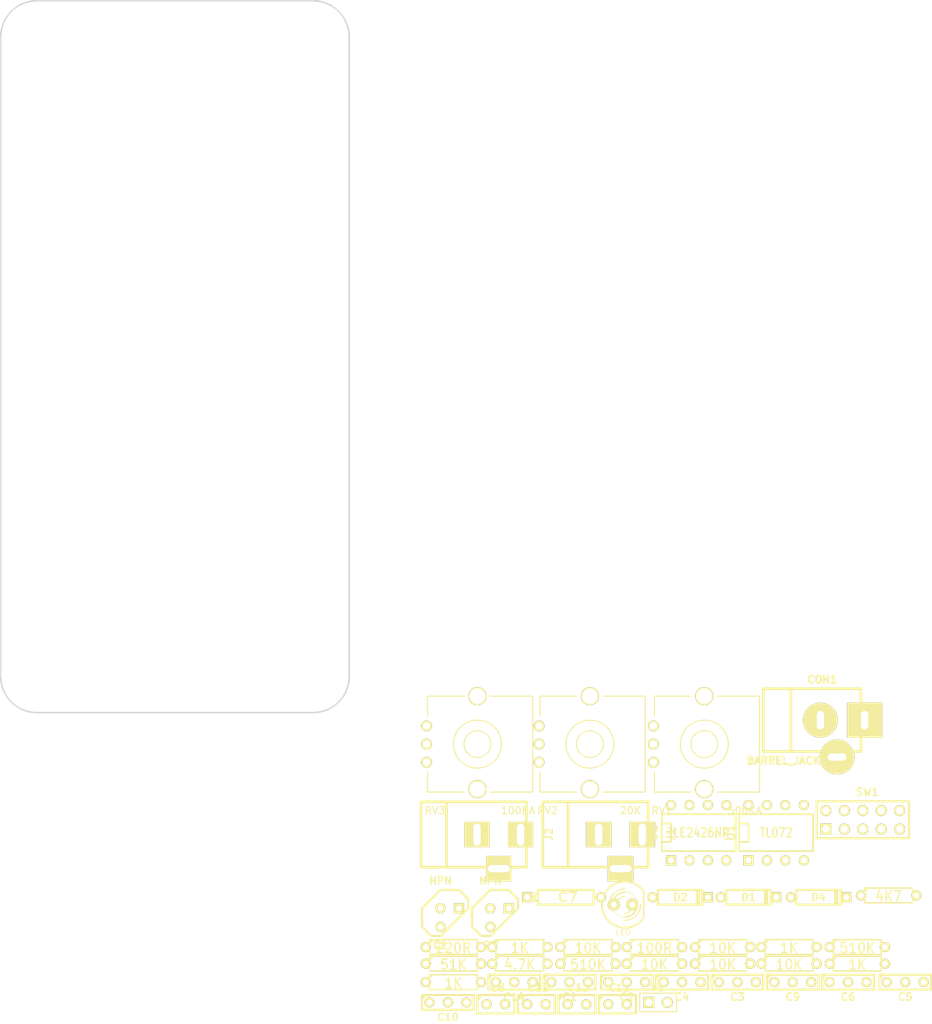
<source format=kicad_pcb>
(kicad_pcb (version 3) (host pcbnew "(2013-jul-07)-stable")

  (general
    (links 88)
    (no_connects 88)
    (area -24.100001 -49.100001 24.100001 49.100001)
    (thickness 1.6)
    (drawings 8)
    (tracks 0)
    (zones 0)
    (modules 46)
    (nets 32)
  )

  (page A3)
  (layers
    (15 F.Cu signal)
    (0 B.Cu signal)
    (16 B.Adhes user)
    (17 F.Adhes user)
    (18 B.Paste user)
    (19 F.Paste user)
    (20 B.SilkS user)
    (21 F.SilkS user)
    (22 B.Mask user)
    (23 F.Mask user)
    (24 Dwgs.User user)
    (25 Cmts.User user)
    (26 Eco1.User user)
    (27 Eco2.User user)
    (28 Edge.Cuts user)
  )

  (setup
    (last_trace_width 0.254)
    (trace_clearance 0.254)
    (zone_clearance 0.508)
    (zone_45_only no)
    (trace_min 0.254)
    (segment_width 0.2)
    (edge_width 0.15)
    (via_size 0.889)
    (via_drill 0.635)
    (via_min_size 0.889)
    (via_min_drill 0.508)
    (uvia_size 0.508)
    (uvia_drill 0.127)
    (uvias_allowed no)
    (uvia_min_size 0.508)
    (uvia_min_drill 0.127)
    (pcb_text_width 0.3)
    (pcb_text_size 1 1)
    (mod_edge_width 0.15)
    (mod_text_size 1 1)
    (mod_text_width 0.15)
    (pad_size 2.5 2.5)
    (pad_drill 2.1)
    (pad_to_mask_clearance 0)
    (aux_axis_origin 0 0)
    (visible_elements FFFFFFBF)
    (pcbplotparams
      (layerselection 3178497)
      (usegerberextensions true)
      (excludeedgelayer true)
      (linewidth 0.150000)
      (plotframeref false)
      (viasonmask false)
      (mode 1)
      (useauxorigin false)
      (hpglpennumber 1)
      (hpglpenspeed 20)
      (hpglpendiameter 15)
      (hpglpenoverlay 2)
      (psnegative false)
      (psa4output false)
      (plotreference true)
      (plotvalue true)
      (plotothertext true)
      (plotinvisibletext false)
      (padsonsilk false)
      (subtractmaskfromsilk false)
      (outputformat 1)
      (mirror false)
      (drillshape 1)
      (scaleselection 1)
      (outputdirectory ""))
  )

  (net 0 "")
  (net 1 +5V)
  (net 2 -5V)
  (net 3 "FX in")
  (net 4 "FX out")
  (net 5 GND)
  (net 6 N-000001)
  (net 7 N-0000010)
  (net 8 N-0000011)
  (net 9 N-0000012)
  (net 10 N-0000013)
  (net 11 N-0000014)
  (net 12 N-0000015)
  (net 13 N-0000016)
  (net 14 N-0000018)
  (net 15 N-0000019)
  (net 16 N-000002)
  (net 17 N-0000020)
  (net 18 N-0000025)
  (net 19 N-0000027)
  (net 20 N-000003)
  (net 21 N-0000031)
  (net 22 N-0000032)
  (net 23 N-0000036)
  (net 24 N-0000037)
  (net 25 N-0000038)
  (net 26 N-000004)
  (net 27 N-000005)
  (net 28 N-000006)
  (net 29 N-000007)
  (net 30 N-000008)
  (net 31 N-000009)

  (net_class Default "This is the default net class."
    (clearance 0.254)
    (trace_width 0.254)
    (via_dia 0.889)
    (via_drill 0.635)
    (uvia_dia 0.508)
    (uvia_drill 0.127)
    (add_net "")
    (add_net +5V)
    (add_net -5V)
    (add_net "FX in")
    (add_net "FX out")
    (add_net GND)
    (add_net N-000001)
    (add_net N-0000010)
    (add_net N-0000011)
    (add_net N-0000012)
    (add_net N-0000013)
    (add_net N-0000014)
    (add_net N-0000015)
    (add_net N-0000016)
    (add_net N-0000018)
    (add_net N-0000019)
    (add_net N-000002)
    (add_net N-0000020)
    (add_net N-0000025)
    (add_net N-0000027)
    (add_net N-000003)
    (add_net N-0000031)
    (add_net N-0000032)
    (add_net N-0000036)
    (add_net N-0000037)
    (add_net N-0000038)
    (add_net N-000004)
    (add_net N-000005)
    (add_net N-000006)
    (add_net N-000007)
    (add_net N-000008)
    (add_net N-000009)
  )

  (module TO92 (layer F.Cu) (tedit 443CFFD1) (tstamp 55211518)
    (at 44.704 77.216)
    (descr "Transistor TO92 brochage type BC237")
    (tags "TR TO92")
    (path /5511B279)
    (fp_text reference Q2 (at -1.27 3.81) (layer F.SilkS)
      (effects (font (size 1.016 1.016) (thickness 0.2032)))
    )
    (fp_text value NPN (at -1.27 -5.08) (layer F.SilkS)
      (effects (font (size 1.016 1.016) (thickness 0.2032)))
    )
    (fp_line (start -1.27 2.54) (end 2.54 -1.27) (layer F.SilkS) (width 0.3048))
    (fp_line (start 2.54 -1.27) (end 2.54 -2.54) (layer F.SilkS) (width 0.3048))
    (fp_line (start 2.54 -2.54) (end 1.27 -3.81) (layer F.SilkS) (width 0.3048))
    (fp_line (start 1.27 -3.81) (end -1.27 -3.81) (layer F.SilkS) (width 0.3048))
    (fp_line (start -1.27 -3.81) (end -3.81 -1.27) (layer F.SilkS) (width 0.3048))
    (fp_line (start -3.81 -1.27) (end -3.81 1.27) (layer F.SilkS) (width 0.3048))
    (fp_line (start -3.81 1.27) (end -2.54 2.54) (layer F.SilkS) (width 0.3048))
    (fp_line (start -2.54 2.54) (end -1.27 2.54) (layer F.SilkS) (width 0.3048))
    (pad 1 thru_hole rect (at 1.27 -1.27) (size 1.397 1.397) (drill 0.8128)
      (layers *.Cu *.Mask F.SilkS)
      (net 7 N-0000010)
    )
    (pad 2 thru_hole circle (at -1.27 -1.27) (size 1.397 1.397) (drill 0.8128)
      (layers *.Cu *.Mask F.SilkS)
      (net 8 N-0000011)
    )
    (pad 3 thru_hole circle (at -1.27 1.27) (size 1.397 1.397) (drill 0.8128)
      (layers *.Cu *.Mask F.SilkS)
      (net 1 +5V)
    )
    (model discret/to98.wrl
      (at (xyz 0 0 0))
      (scale (xyz 1 1 1))
      (rotate (xyz 0 0 0))
    )
  )

  (module TO92 (layer F.Cu) (tedit 443CFFD1) (tstamp 55211527)
    (at 37.846 77.216)
    (descr "Transistor TO92 brochage type BC237")
    (tags "TR TO92")
    (path /551196D4)
    (fp_text reference Q1 (at -1.27 3.81) (layer F.SilkS)
      (effects (font (size 1.016 1.016) (thickness 0.2032)))
    )
    (fp_text value NPN (at -1.27 -5.08) (layer F.SilkS)
      (effects (font (size 1.016 1.016) (thickness 0.2032)))
    )
    (fp_line (start -1.27 2.54) (end 2.54 -1.27) (layer F.SilkS) (width 0.3048))
    (fp_line (start 2.54 -1.27) (end 2.54 -2.54) (layer F.SilkS) (width 0.3048))
    (fp_line (start 2.54 -2.54) (end 1.27 -3.81) (layer F.SilkS) (width 0.3048))
    (fp_line (start 1.27 -3.81) (end -1.27 -3.81) (layer F.SilkS) (width 0.3048))
    (fp_line (start -1.27 -3.81) (end -3.81 -1.27) (layer F.SilkS) (width 0.3048))
    (fp_line (start -3.81 -1.27) (end -3.81 1.27) (layer F.SilkS) (width 0.3048))
    (fp_line (start -3.81 1.27) (end -2.54 2.54) (layer F.SilkS) (width 0.3048))
    (fp_line (start -2.54 2.54) (end -1.27 2.54) (layer F.SilkS) (width 0.3048))
    (pad 1 thru_hole rect (at 1.27 -1.27) (size 1.397 1.397) (drill 0.8128)
      (layers *.Cu *.Mask F.SilkS)
      (net 25 N-0000038)
    )
    (pad 2 thru_hole circle (at -1.27 -1.27) (size 1.397 1.397) (drill 0.8128)
      (layers *.Cu *.Mask F.SilkS)
      (net 12 N-0000015)
    )
    (pad 3 thru_hole circle (at -1.27 1.27) (size 1.397 1.397) (drill 0.8128)
      (layers *.Cu *.Mask F.SilkS)
      (net 1 +5V)
    )
    (model discret/to98.wrl
      (at (xyz 0 0 0))
      (scale (xyz 1 1 1))
      (rotate (xyz 0 0 0))
    )
  )

  (module R3 (layer F.Cu) (tedit 4E4C0E65) (tstamp 55211535)
    (at 47.498 81.28)
    (descr "Resitance 3 pas")
    (tags R)
    (path /5511968C)
    (autoplace_cost180 10)
    (fp_text reference R1 (at 0 0.127) (layer F.SilkS) hide
      (effects (font (size 1.397 1.27) (thickness 0.2032)))
    )
    (fp_text value 1K (at 0 0.127) (layer F.SilkS)
      (effects (font (size 1.397 1.27) (thickness 0.2032)))
    )
    (fp_line (start -3.81 0) (end -3.302 0) (layer F.SilkS) (width 0.2032))
    (fp_line (start 3.81 0) (end 3.302 0) (layer F.SilkS) (width 0.2032))
    (fp_line (start 3.302 0) (end 3.302 -1.016) (layer F.SilkS) (width 0.2032))
    (fp_line (start 3.302 -1.016) (end -3.302 -1.016) (layer F.SilkS) (width 0.2032))
    (fp_line (start -3.302 -1.016) (end -3.302 1.016) (layer F.SilkS) (width 0.2032))
    (fp_line (start -3.302 1.016) (end 3.302 1.016) (layer F.SilkS) (width 0.2032))
    (fp_line (start 3.302 1.016) (end 3.302 0) (layer F.SilkS) (width 0.2032))
    (fp_line (start -3.302 -0.508) (end -2.794 -1.016) (layer F.SilkS) (width 0.2032))
    (pad 1 thru_hole circle (at -3.81 0) (size 1.397 1.397) (drill 0.8128)
      (layers *.Cu *.Mask F.SilkS)
      (net 13 N-0000016)
    )
    (pad 2 thru_hole circle (at 3.81 0) (size 1.397 1.397) (drill 0.8128)
      (layers *.Cu *.Mask F.SilkS)
      (net 12 N-0000015)
    )
    (model discret/resistor.wrl
      (at (xyz 0 0 0))
      (scale (xyz 0.3 0.3 0.3))
      (rotate (xyz 0 0 0))
    )
  )

  (module R3 (layer F.Cu) (tedit 4E4C0E65) (tstamp 55211543)
    (at 56.896 81.28)
    (descr "Resitance 3 pas")
    (tags R)
    (path /5511B2A7)
    (autoplace_cost180 10)
    (fp_text reference R16 (at 0 0.127) (layer F.SilkS) hide
      (effects (font (size 1.397 1.27) (thickness 0.2032)))
    )
    (fp_text value 10K (at 0 0.127) (layer F.SilkS)
      (effects (font (size 1.397 1.27) (thickness 0.2032)))
    )
    (fp_line (start -3.81 0) (end -3.302 0) (layer F.SilkS) (width 0.2032))
    (fp_line (start 3.81 0) (end 3.302 0) (layer F.SilkS) (width 0.2032))
    (fp_line (start 3.302 0) (end 3.302 -1.016) (layer F.SilkS) (width 0.2032))
    (fp_line (start 3.302 -1.016) (end -3.302 -1.016) (layer F.SilkS) (width 0.2032))
    (fp_line (start -3.302 -1.016) (end -3.302 1.016) (layer F.SilkS) (width 0.2032))
    (fp_line (start -3.302 1.016) (end 3.302 1.016) (layer F.SilkS) (width 0.2032))
    (fp_line (start 3.302 1.016) (end 3.302 0) (layer F.SilkS) (width 0.2032))
    (fp_line (start -3.302 -0.508) (end -2.794 -1.016) (layer F.SilkS) (width 0.2032))
    (pad 1 thru_hole circle (at -3.81 0) (size 1.397 1.397) (drill 0.8128)
      (layers *.Cu *.Mask F.SilkS)
      (net 4 "FX out")
    )
    (pad 2 thru_hole circle (at 3.81 0) (size 1.397 1.397) (drill 0.8128)
      (layers *.Cu *.Mask F.SilkS)
      (net 2 -5V)
    )
    (model discret/resistor.wrl
      (at (xyz 0 0 0))
      (scale (xyz 0.3 0.3 0.3))
      (rotate (xyz 0 0 0))
    )
  )

  (module R3 (layer F.Cu) (tedit 4E4C0E65) (tstamp 55211551)
    (at 66.04 81.28)
    (descr "Resitance 3 pas")
    (tags R)
    (path /5511B273)
    (autoplace_cost180 10)
    (fp_text reference R15 (at 0 0.127) (layer F.SilkS) hide
      (effects (font (size 1.397 1.27) (thickness 0.2032)))
    )
    (fp_text value 100R (at 0 0.127) (layer F.SilkS)
      (effects (font (size 1.397 1.27) (thickness 0.2032)))
    )
    (fp_line (start -3.81 0) (end -3.302 0) (layer F.SilkS) (width 0.2032))
    (fp_line (start 3.81 0) (end 3.302 0) (layer F.SilkS) (width 0.2032))
    (fp_line (start 3.302 0) (end 3.302 -1.016) (layer F.SilkS) (width 0.2032))
    (fp_line (start 3.302 -1.016) (end -3.302 -1.016) (layer F.SilkS) (width 0.2032))
    (fp_line (start -3.302 -1.016) (end -3.302 1.016) (layer F.SilkS) (width 0.2032))
    (fp_line (start -3.302 1.016) (end 3.302 1.016) (layer F.SilkS) (width 0.2032))
    (fp_line (start 3.302 1.016) (end 3.302 0) (layer F.SilkS) (width 0.2032))
    (fp_line (start -3.302 -0.508) (end -2.794 -1.016) (layer F.SilkS) (width 0.2032))
    (pad 1 thru_hole circle (at -3.81 0) (size 1.397 1.397) (drill 0.8128)
      (layers *.Cu *.Mask F.SilkS)
      (net 7 N-0000010)
    )
    (pad 2 thru_hole circle (at 3.81 0) (size 1.397 1.397) (drill 0.8128)
      (layers *.Cu *.Mask F.SilkS)
      (net 30 N-000008)
    )
    (model discret/resistor.wrl
      (at (xyz 0 0 0))
      (scale (xyz 0.3 0.3 0.3))
      (rotate (xyz 0 0 0))
    )
  )

  (module R3 (layer F.Cu) (tedit 4E4C0E65) (tstamp 5521155F)
    (at 75.438 81.28)
    (descr "Resitance 3 pas")
    (tags R)
    (path /5511B26D)
    (autoplace_cost180 10)
    (fp_text reference R14 (at 0 0.127) (layer F.SilkS) hide
      (effects (font (size 1.397 1.27) (thickness 0.2032)))
    )
    (fp_text value 10K (at 0 0.127) (layer F.SilkS)
      (effects (font (size 1.397 1.27) (thickness 0.2032)))
    )
    (fp_line (start -3.81 0) (end -3.302 0) (layer F.SilkS) (width 0.2032))
    (fp_line (start 3.81 0) (end 3.302 0) (layer F.SilkS) (width 0.2032))
    (fp_line (start 3.302 0) (end 3.302 -1.016) (layer F.SilkS) (width 0.2032))
    (fp_line (start 3.302 -1.016) (end -3.302 -1.016) (layer F.SilkS) (width 0.2032))
    (fp_line (start -3.302 -1.016) (end -3.302 1.016) (layer F.SilkS) (width 0.2032))
    (fp_line (start -3.302 1.016) (end 3.302 1.016) (layer F.SilkS) (width 0.2032))
    (fp_line (start 3.302 1.016) (end 3.302 0) (layer F.SilkS) (width 0.2032))
    (fp_line (start -3.302 -0.508) (end -2.794 -1.016) (layer F.SilkS) (width 0.2032))
    (pad 1 thru_hole circle (at -3.81 0) (size 1.397 1.397) (drill 0.8128)
      (layers *.Cu *.Mask F.SilkS)
      (net 7 N-0000010)
    )
    (pad 2 thru_hole circle (at 3.81 0) (size 1.397 1.397) (drill 0.8128)
      (layers *.Cu *.Mask F.SilkS)
      (net 2 -5V)
    )
    (model discret/resistor.wrl
      (at (xyz 0 0 0))
      (scale (xyz 0.3 0.3 0.3))
      (rotate (xyz 0 0 0))
    )
  )

  (module R3 (layer F.Cu) (tedit 4E4C0E65) (tstamp 5521156D)
    (at 93.98 81.28)
    (descr "Resitance 3 pas")
    (tags R)
    (path /5511B260)
    (autoplace_cost180 10)
    (fp_text reference R13 (at 0 0.127) (layer F.SilkS) hide
      (effects (font (size 1.397 1.27) (thickness 0.2032)))
    )
    (fp_text value 510K (at 0 0.127) (layer F.SilkS)
      (effects (font (size 1.397 1.27) (thickness 0.2032)))
    )
    (fp_line (start -3.81 0) (end -3.302 0) (layer F.SilkS) (width 0.2032))
    (fp_line (start 3.81 0) (end 3.302 0) (layer F.SilkS) (width 0.2032))
    (fp_line (start 3.302 0) (end 3.302 -1.016) (layer F.SilkS) (width 0.2032))
    (fp_line (start 3.302 -1.016) (end -3.302 -1.016) (layer F.SilkS) (width 0.2032))
    (fp_line (start -3.302 -1.016) (end -3.302 1.016) (layer F.SilkS) (width 0.2032))
    (fp_line (start -3.302 1.016) (end 3.302 1.016) (layer F.SilkS) (width 0.2032))
    (fp_line (start 3.302 1.016) (end 3.302 0) (layer F.SilkS) (width 0.2032))
    (fp_line (start -3.302 -0.508) (end -2.794 -1.016) (layer F.SilkS) (width 0.2032))
    (pad 1 thru_hole circle (at -3.81 0) (size 1.397 1.397) (drill 0.8128)
      (layers *.Cu *.Mask F.SilkS)
      (net 8 N-0000011)
    )
    (pad 2 thru_hole circle (at 3.81 0) (size 1.397 1.397) (drill 0.8128)
      (layers *.Cu *.Mask F.SilkS)
      (net 5 GND)
    )
    (model discret/resistor.wrl
      (at (xyz 0 0 0))
      (scale (xyz 0.3 0.3 0.3))
      (rotate (xyz 0 0 0))
    )
  )

  (module R3 (layer F.Cu) (tedit 4E4C0E65) (tstamp 5521157B)
    (at 93.98 83.566)
    (descr "Resitance 3 pas")
    (tags R)
    (path /55119FEB)
    (autoplace_cost180 10)
    (fp_text reference R12 (at 0 0.127) (layer F.SilkS) hide
      (effects (font (size 1.397 1.27) (thickness 0.2032)))
    )
    (fp_text value 1K (at 0 0.127) (layer F.SilkS)
      (effects (font (size 1.397 1.27) (thickness 0.2032)))
    )
    (fp_line (start -3.81 0) (end -3.302 0) (layer F.SilkS) (width 0.2032))
    (fp_line (start 3.81 0) (end 3.302 0) (layer F.SilkS) (width 0.2032))
    (fp_line (start 3.302 0) (end 3.302 -1.016) (layer F.SilkS) (width 0.2032))
    (fp_line (start 3.302 -1.016) (end -3.302 -1.016) (layer F.SilkS) (width 0.2032))
    (fp_line (start -3.302 -1.016) (end -3.302 1.016) (layer F.SilkS) (width 0.2032))
    (fp_line (start -3.302 1.016) (end 3.302 1.016) (layer F.SilkS) (width 0.2032))
    (fp_line (start 3.302 1.016) (end 3.302 0) (layer F.SilkS) (width 0.2032))
    (fp_line (start -3.302 -0.508) (end -2.794 -1.016) (layer F.SilkS) (width 0.2032))
    (pad 1 thru_hole circle (at -3.81 0) (size 1.397 1.397) (drill 0.8128)
      (layers *.Cu *.Mask F.SilkS)
      (net 16 N-000002)
    )
    (pad 2 thru_hole circle (at 3.81 0) (size 1.397 1.397) (drill 0.8128)
      (layers *.Cu *.Mask F.SilkS)
      (net 20 N-000003)
    )
    (model discret/resistor.wrl
      (at (xyz 0 0 0))
      (scale (xyz 0.3 0.3 0.3))
      (rotate (xyz 0 0 0))
    )
  )

  (module R3 (layer F.Cu) (tedit 4E4C0E65) (tstamp 55211589)
    (at 84.582 81.28)
    (descr "Resitance 3 pas")
    (tags R)
    (path /55119FCE)
    (autoplace_cost180 10)
    (fp_text reference R10 (at 0 0.127) (layer F.SilkS) hide
      (effects (font (size 1.397 1.27) (thickness 0.2032)))
    )
    (fp_text value 1K (at 0 0.127) (layer F.SilkS)
      (effects (font (size 1.397 1.27) (thickness 0.2032)))
    )
    (fp_line (start -3.81 0) (end -3.302 0) (layer F.SilkS) (width 0.2032))
    (fp_line (start 3.81 0) (end 3.302 0) (layer F.SilkS) (width 0.2032))
    (fp_line (start 3.302 0) (end 3.302 -1.016) (layer F.SilkS) (width 0.2032))
    (fp_line (start 3.302 -1.016) (end -3.302 -1.016) (layer F.SilkS) (width 0.2032))
    (fp_line (start -3.302 -1.016) (end -3.302 1.016) (layer F.SilkS) (width 0.2032))
    (fp_line (start -3.302 1.016) (end 3.302 1.016) (layer F.SilkS) (width 0.2032))
    (fp_line (start 3.302 1.016) (end 3.302 0) (layer F.SilkS) (width 0.2032))
    (fp_line (start -3.302 -0.508) (end -2.794 -1.016) (layer F.SilkS) (width 0.2032))
    (pad 1 thru_hole circle (at -3.81 0) (size 1.397 1.397) (drill 0.8128)
      (layers *.Cu *.Mask F.SilkS)
      (net 6 N-000001)
    )
    (pad 2 thru_hole circle (at 3.81 0) (size 1.397 1.397) (drill 0.8128)
      (layers *.Cu *.Mask F.SilkS)
      (net 26 N-000004)
    )
    (model discret/resistor.wrl
      (at (xyz 0 0 0))
      (scale (xyz 0.3 0.3 0.3))
      (rotate (xyz 0 0 0))
    )
  )

  (module R3 (layer F.Cu) (tedit 4E4C0E65) (tstamp 55211597)
    (at 38.354 81.28)
    (descr "Resitance 3 pas")
    (tags R)
    (path /55119F60)
    (autoplace_cost180 10)
    (fp_text reference R9 (at 0 0.127) (layer F.SilkS) hide
      (effects (font (size 1.397 1.27) (thickness 0.2032)))
    )
    (fp_text value 220R (at 0 0.127) (layer F.SilkS)
      (effects (font (size 1.397 1.27) (thickness 0.2032)))
    )
    (fp_line (start -3.81 0) (end -3.302 0) (layer F.SilkS) (width 0.2032))
    (fp_line (start 3.81 0) (end 3.302 0) (layer F.SilkS) (width 0.2032))
    (fp_line (start 3.302 0) (end 3.302 -1.016) (layer F.SilkS) (width 0.2032))
    (fp_line (start 3.302 -1.016) (end -3.302 -1.016) (layer F.SilkS) (width 0.2032))
    (fp_line (start -3.302 -1.016) (end -3.302 1.016) (layer F.SilkS) (width 0.2032))
    (fp_line (start -3.302 1.016) (end 3.302 1.016) (layer F.SilkS) (width 0.2032))
    (fp_line (start 3.302 1.016) (end 3.302 0) (layer F.SilkS) (width 0.2032))
    (fp_line (start -3.302 -0.508) (end -2.794 -1.016) (layer F.SilkS) (width 0.2032))
    (pad 1 thru_hole circle (at -3.81 0) (size 1.397 1.397) (drill 0.8128)
      (layers *.Cu *.Mask F.SilkS)
      (net 28 N-000006)
    )
    (pad 2 thru_hole circle (at 3.81 0) (size 1.397 1.397) (drill 0.8128)
      (layers *.Cu *.Mask F.SilkS)
      (net 2 -5V)
    )
    (model discret/resistor.wrl
      (at (xyz 0 0 0))
      (scale (xyz 0.3 0.3 0.3))
      (rotate (xyz 0 0 0))
    )
  )

  (module R3 (layer F.Cu) (tedit 4E4C0E65) (tstamp 552115A5)
    (at 84.582 83.566)
    (descr "Resitance 3 pas")
    (tags R)
    (path /55119E28)
    (autoplace_cost180 10)
    (fp_text reference R8 (at 0 0.127) (layer F.SilkS) hide
      (effects (font (size 1.397 1.27) (thickness 0.2032)))
    )
    (fp_text value 10K (at 0 0.127) (layer F.SilkS)
      (effects (font (size 1.397 1.27) (thickness 0.2032)))
    )
    (fp_line (start -3.81 0) (end -3.302 0) (layer F.SilkS) (width 0.2032))
    (fp_line (start 3.81 0) (end 3.302 0) (layer F.SilkS) (width 0.2032))
    (fp_line (start 3.302 0) (end 3.302 -1.016) (layer F.SilkS) (width 0.2032))
    (fp_line (start 3.302 -1.016) (end -3.302 -1.016) (layer F.SilkS) (width 0.2032))
    (fp_line (start -3.302 -1.016) (end -3.302 1.016) (layer F.SilkS) (width 0.2032))
    (fp_line (start -3.302 1.016) (end 3.302 1.016) (layer F.SilkS) (width 0.2032))
    (fp_line (start 3.302 1.016) (end 3.302 0) (layer F.SilkS) (width 0.2032))
    (fp_line (start -3.302 -0.508) (end -2.794 -1.016) (layer F.SilkS) (width 0.2032))
    (pad 1 thru_hole circle (at -3.81 0) (size 1.397 1.397) (drill 0.8128)
      (layers *.Cu *.Mask F.SilkS)
      (net 5 GND)
    )
    (pad 2 thru_hole circle (at 3.81 0) (size 1.397 1.397) (drill 0.8128)
      (layers *.Cu *.Mask F.SilkS)
      (net 14 N-0000018)
    )
    (model discret/resistor.wrl
      (at (xyz 0 0 0))
      (scale (xyz 0.3 0.3 0.3))
      (rotate (xyz 0 0 0))
    )
  )

  (module R3 (layer F.Cu) (tedit 4E4C0E65) (tstamp 552115B3)
    (at 38.354 86.106)
    (descr "Resitance 3 pas")
    (tags R)
    (path /55119E1B)
    (autoplace_cost180 10)
    (fp_text reference R7 (at 0 0.127) (layer F.SilkS) hide
      (effects (font (size 1.397 1.27) (thickness 0.2032)))
    )
    (fp_text value 1K (at 0 0.127) (layer F.SilkS)
      (effects (font (size 1.397 1.27) (thickness 0.2032)))
    )
    (fp_line (start -3.81 0) (end -3.302 0) (layer F.SilkS) (width 0.2032))
    (fp_line (start 3.81 0) (end 3.302 0) (layer F.SilkS) (width 0.2032))
    (fp_line (start 3.302 0) (end 3.302 -1.016) (layer F.SilkS) (width 0.2032))
    (fp_line (start 3.302 -1.016) (end -3.302 -1.016) (layer F.SilkS) (width 0.2032))
    (fp_line (start -3.302 -1.016) (end -3.302 1.016) (layer F.SilkS) (width 0.2032))
    (fp_line (start -3.302 1.016) (end 3.302 1.016) (layer F.SilkS) (width 0.2032))
    (fp_line (start 3.302 1.016) (end 3.302 0) (layer F.SilkS) (width 0.2032))
    (fp_line (start -3.302 -0.508) (end -2.794 -1.016) (layer F.SilkS) (width 0.2032))
    (pad 1 thru_hole circle (at -3.81 0) (size 1.397 1.397) (drill 0.8128)
      (layers *.Cu *.Mask F.SilkS)
      (net 10 N-0000013)
    )
    (pad 2 thru_hole circle (at 3.81 0) (size 1.397 1.397) (drill 0.8128)
      (layers *.Cu *.Mask F.SilkS)
      (net 14 N-0000018)
    )
    (model discret/resistor.wrl
      (at (xyz 0 0 0))
      (scale (xyz 0.3 0.3 0.3))
      (rotate (xyz 0 0 0))
    )
  )

  (module R3 (layer F.Cu) (tedit 4E4C0E65) (tstamp 552115C1)
    (at 38.354 83.566)
    (descr "Resitance 3 pas")
    (tags R)
    (path /551198F8)
    (autoplace_cost180 10)
    (fp_text reference R6 (at 0 0.127) (layer F.SilkS) hide
      (effects (font (size 1.397 1.27) (thickness 0.2032)))
    )
    (fp_text value 51K (at 0 0.127) (layer F.SilkS)
      (effects (font (size 1.397 1.27) (thickness 0.2032)))
    )
    (fp_line (start -3.81 0) (end -3.302 0) (layer F.SilkS) (width 0.2032))
    (fp_line (start 3.81 0) (end 3.302 0) (layer F.SilkS) (width 0.2032))
    (fp_line (start 3.302 0) (end 3.302 -1.016) (layer F.SilkS) (width 0.2032))
    (fp_line (start 3.302 -1.016) (end -3.302 -1.016) (layer F.SilkS) (width 0.2032))
    (fp_line (start -3.302 -1.016) (end -3.302 1.016) (layer F.SilkS) (width 0.2032))
    (fp_line (start -3.302 1.016) (end 3.302 1.016) (layer F.SilkS) (width 0.2032))
    (fp_line (start 3.302 1.016) (end 3.302 0) (layer F.SilkS) (width 0.2032))
    (fp_line (start -3.302 -0.508) (end -2.794 -1.016) (layer F.SilkS) (width 0.2032))
    (pad 1 thru_hole circle (at -3.81 0) (size 1.397 1.397) (drill 0.8128)
      (layers *.Cu *.Mask F.SilkS)
      (net 9 N-0000012)
    )
    (pad 2 thru_hole circle (at 3.81 0) (size 1.397 1.397) (drill 0.8128)
      (layers *.Cu *.Mask F.SilkS)
      (net 17 N-0000020)
    )
    (model discret/resistor.wrl
      (at (xyz 0 0 0))
      (scale (xyz 0.3 0.3 0.3))
      (rotate (xyz 0 0 0))
    )
  )

  (module R3 (layer F.Cu) (tedit 4E4C0E65) (tstamp 552115CF)
    (at 98.298 74.168)
    (descr "Resitance 3 pas")
    (tags R)
    (path /5519E0EF)
    (autoplace_cost180 10)
    (fp_text reference R11 (at 0 0.127) (layer F.SilkS) hide
      (effects (font (size 1.397 1.27) (thickness 0.2032)))
    )
    (fp_text value 4K7 (at 0 0.127) (layer F.SilkS)
      (effects (font (size 1.397 1.27) (thickness 0.2032)))
    )
    (fp_line (start -3.81 0) (end -3.302 0) (layer F.SilkS) (width 0.2032))
    (fp_line (start 3.81 0) (end 3.302 0) (layer F.SilkS) (width 0.2032))
    (fp_line (start 3.302 0) (end 3.302 -1.016) (layer F.SilkS) (width 0.2032))
    (fp_line (start 3.302 -1.016) (end -3.302 -1.016) (layer F.SilkS) (width 0.2032))
    (fp_line (start -3.302 -1.016) (end -3.302 1.016) (layer F.SilkS) (width 0.2032))
    (fp_line (start -3.302 1.016) (end 3.302 1.016) (layer F.SilkS) (width 0.2032))
    (fp_line (start 3.302 1.016) (end 3.302 0) (layer F.SilkS) (width 0.2032))
    (fp_line (start -3.302 -0.508) (end -2.794 -1.016) (layer F.SilkS) (width 0.2032))
    (pad 1 thru_hole circle (at -3.81 0) (size 1.397 1.397) (drill 0.8128)
      (layers *.Cu *.Mask F.SilkS)
      (net 22 N-0000032)
    )
    (pad 2 thru_hole circle (at 3.81 0) (size 1.397 1.397) (drill 0.8128)
      (layers *.Cu *.Mask F.SilkS)
      (net 21 N-0000031)
    )
    (model discret/resistor.wrl
      (at (xyz 0 0 0))
      (scale (xyz 0.3 0.3 0.3))
      (rotate (xyz 0 0 0))
    )
  )

  (module R3 (layer F.Cu) (tedit 4E4C0E65) (tstamp 552115DD)
    (at 47.498 83.566)
    (descr "Resitance 3 pas")
    (tags R)
    (path /551198E9)
    (autoplace_cost180 10)
    (fp_text reference R5 (at 0 0.127) (layer F.SilkS) hide
      (effects (font (size 1.397 1.27) (thickness 0.2032)))
    )
    (fp_text value 4.7K (at 0 0.127) (layer F.SilkS)
      (effects (font (size 1.397 1.27) (thickness 0.2032)))
    )
    (fp_line (start -3.81 0) (end -3.302 0) (layer F.SilkS) (width 0.2032))
    (fp_line (start 3.81 0) (end 3.302 0) (layer F.SilkS) (width 0.2032))
    (fp_line (start 3.302 0) (end 3.302 -1.016) (layer F.SilkS) (width 0.2032))
    (fp_line (start 3.302 -1.016) (end -3.302 -1.016) (layer F.SilkS) (width 0.2032))
    (fp_line (start -3.302 -1.016) (end -3.302 1.016) (layer F.SilkS) (width 0.2032))
    (fp_line (start -3.302 1.016) (end 3.302 1.016) (layer F.SilkS) (width 0.2032))
    (fp_line (start 3.302 1.016) (end 3.302 0) (layer F.SilkS) (width 0.2032))
    (fp_line (start -3.302 -0.508) (end -2.794 -1.016) (layer F.SilkS) (width 0.2032))
    (pad 1 thru_hole circle (at -3.81 0) (size 1.397 1.397) (drill 0.8128)
      (layers *.Cu *.Mask F.SilkS)
      (net 15 N-0000019)
    )
    (pad 2 thru_hole circle (at 3.81 0) (size 1.397 1.397) (drill 0.8128)
      (layers *.Cu *.Mask F.SilkS)
      (net 2 -5V)
    )
    (model discret/resistor.wrl
      (at (xyz 0 0 0))
      (scale (xyz 0.3 0.3 0.3))
      (rotate (xyz 0 0 0))
    )
  )

  (module R3 (layer F.Cu) (tedit 4E4C0E65) (tstamp 552115EB)
    (at 56.896 83.566)
    (descr "Resitance 3 pas")
    (tags R)
    (path /5511969B)
    (autoplace_cost180 10)
    (fp_text reference R2 (at 0 0.127) (layer F.SilkS) hide
      (effects (font (size 1.397 1.27) (thickness 0.2032)))
    )
    (fp_text value 510K (at 0 0.127) (layer F.SilkS)
      (effects (font (size 1.397 1.27) (thickness 0.2032)))
    )
    (fp_line (start -3.81 0) (end -3.302 0) (layer F.SilkS) (width 0.2032))
    (fp_line (start 3.81 0) (end 3.302 0) (layer F.SilkS) (width 0.2032))
    (fp_line (start 3.302 0) (end 3.302 -1.016) (layer F.SilkS) (width 0.2032))
    (fp_line (start 3.302 -1.016) (end -3.302 -1.016) (layer F.SilkS) (width 0.2032))
    (fp_line (start -3.302 -1.016) (end -3.302 1.016) (layer F.SilkS) (width 0.2032))
    (fp_line (start -3.302 1.016) (end 3.302 1.016) (layer F.SilkS) (width 0.2032))
    (fp_line (start 3.302 1.016) (end 3.302 0) (layer F.SilkS) (width 0.2032))
    (fp_line (start -3.302 -0.508) (end -2.794 -1.016) (layer F.SilkS) (width 0.2032))
    (pad 1 thru_hole circle (at -3.81 0) (size 1.397 1.397) (drill 0.8128)
      (layers *.Cu *.Mask F.SilkS)
      (net 12 N-0000015)
    )
    (pad 2 thru_hole circle (at 3.81 0) (size 1.397 1.397) (drill 0.8128)
      (layers *.Cu *.Mask F.SilkS)
      (net 5 GND)
    )
    (model discret/resistor.wrl
      (at (xyz 0 0 0))
      (scale (xyz 0.3 0.3 0.3))
      (rotate (xyz 0 0 0))
    )
  )

  (module R3 (layer F.Cu) (tedit 4E4C0E65) (tstamp 552115F9)
    (at 66.04 83.566)
    (descr "Resitance 3 pas")
    (tags R)
    (path /5511970A)
    (autoplace_cost180 10)
    (fp_text reference R3 (at 0 0.127) (layer F.SilkS) hide
      (effects (font (size 1.397 1.27) (thickness 0.2032)))
    )
    (fp_text value 10K (at 0 0.127) (layer F.SilkS)
      (effects (font (size 1.397 1.27) (thickness 0.2032)))
    )
    (fp_line (start -3.81 0) (end -3.302 0) (layer F.SilkS) (width 0.2032))
    (fp_line (start 3.81 0) (end 3.302 0) (layer F.SilkS) (width 0.2032))
    (fp_line (start 3.302 0) (end 3.302 -1.016) (layer F.SilkS) (width 0.2032))
    (fp_line (start 3.302 -1.016) (end -3.302 -1.016) (layer F.SilkS) (width 0.2032))
    (fp_line (start -3.302 -1.016) (end -3.302 1.016) (layer F.SilkS) (width 0.2032))
    (fp_line (start -3.302 1.016) (end 3.302 1.016) (layer F.SilkS) (width 0.2032))
    (fp_line (start 3.302 1.016) (end 3.302 0) (layer F.SilkS) (width 0.2032))
    (fp_line (start -3.302 -0.508) (end -2.794 -1.016) (layer F.SilkS) (width 0.2032))
    (pad 1 thru_hole circle (at -3.81 0) (size 1.397 1.397) (drill 0.8128)
      (layers *.Cu *.Mask F.SilkS)
      (net 25 N-0000038)
    )
    (pad 2 thru_hole circle (at 3.81 0) (size 1.397 1.397) (drill 0.8128)
      (layers *.Cu *.Mask F.SilkS)
      (net 2 -5V)
    )
    (model discret/resistor.wrl
      (at (xyz 0 0 0))
      (scale (xyz 0.3 0.3 0.3))
      (rotate (xyz 0 0 0))
    )
  )

  (module R3 (layer F.Cu) (tedit 4E4C0E65) (tstamp 55211607)
    (at 75.438 83.566)
    (descr "Resitance 3 pas")
    (tags R)
    (path /55119830)
    (autoplace_cost180 10)
    (fp_text reference R4 (at 0 0.127) (layer F.SilkS) hide
      (effects (font (size 1.397 1.27) (thickness 0.2032)))
    )
    (fp_text value 10K (at 0 0.127) (layer F.SilkS)
      (effects (font (size 1.397 1.27) (thickness 0.2032)))
    )
    (fp_line (start -3.81 0) (end -3.302 0) (layer F.SilkS) (width 0.2032))
    (fp_line (start 3.81 0) (end 3.302 0) (layer F.SilkS) (width 0.2032))
    (fp_line (start 3.302 0) (end 3.302 -1.016) (layer F.SilkS) (width 0.2032))
    (fp_line (start 3.302 -1.016) (end -3.302 -1.016) (layer F.SilkS) (width 0.2032))
    (fp_line (start -3.302 -1.016) (end -3.302 1.016) (layer F.SilkS) (width 0.2032))
    (fp_line (start -3.302 1.016) (end 3.302 1.016) (layer F.SilkS) (width 0.2032))
    (fp_line (start 3.302 1.016) (end 3.302 0) (layer F.SilkS) (width 0.2032))
    (fp_line (start -3.302 -0.508) (end -2.794 -1.016) (layer F.SilkS) (width 0.2032))
    (pad 1 thru_hole circle (at -3.81 0) (size 1.397 1.397) (drill 0.8128)
      (layers *.Cu *.Mask F.SilkS)
      (net 11 N-0000014)
    )
    (pad 2 thru_hole circle (at 3.81 0) (size 1.397 1.397) (drill 0.8128)
      (layers *.Cu *.Mask F.SilkS)
      (net 5 GND)
    )
    (model discret/resistor.wrl
      (at (xyz 0 0 0))
      (scale (xyz 0.3 0.3 0.3))
      (rotate (xyz 0 0 0))
    )
  )

  (module PIN_ARRAY_5x2 (layer F.Cu) (tedit 3FCF2109) (tstamp 5521163D)
    (at 94.742 63.754)
    (descr "Double rangee de contacts 2 x 5 pins")
    (tags CONN)
    (path /5519DE57)
    (fp_text reference SW1 (at 0.635 -3.81) (layer F.SilkS)
      (effects (font (size 1.016 1.016) (thickness 0.2032)))
    )
    (fp_text value 3PDT (at 0 -3.81) (layer F.SilkS) hide
      (effects (font (size 1.016 1.016) (thickness 0.2032)))
    )
    (fp_line (start -6.35 -2.54) (end 6.35 -2.54) (layer F.SilkS) (width 0.3048))
    (fp_line (start 6.35 -2.54) (end 6.35 2.54) (layer F.SilkS) (width 0.3048))
    (fp_line (start 6.35 2.54) (end -6.35 2.54) (layer F.SilkS) (width 0.3048))
    (fp_line (start -6.35 2.54) (end -6.35 -2.54) (layer F.SilkS) (width 0.3048))
    (pad 1 thru_hole rect (at -5.08 1.27) (size 1.524 1.524) (drill 1.016)
      (layers *.Cu *.Mask F.SilkS)
      (net 23 N-0000036)
    )
    (pad 2 thru_hole circle (at -5.08 -1.27) (size 1.524 1.524) (drill 1.016)
      (layers *.Cu *.Mask F.SilkS)
      (net 3 "FX in")
    )
    (pad 3 thru_hole circle (at -2.54 1.27) (size 1.524 1.524) (drill 1.016)
      (layers *.Cu *.Mask F.SilkS)
      (net 21 N-0000031)
    )
    (pad 4 thru_hole circle (at -2.54 -1.27) (size 1.524 1.524) (drill 1.016)
      (layers *.Cu *.Mask F.SilkS)
      (net 4 "FX out")
    )
    (pad 5 thru_hole circle (at 0 1.27) (size 1.524 1.524) (drill 1.016)
      (layers *.Cu *.Mask F.SilkS)
      (net 24 N-0000037)
    )
    (pad 6 thru_hole circle (at 0 -1.27) (size 1.524 1.524) (drill 1.016)
      (layers *.Cu *.Mask F.SilkS)
      (net 2 -5V)
    )
    (pad 7 thru_hole circle (at 2.54 1.27) (size 1.524 1.524) (drill 1.016)
      (layers *.Cu *.Mask F.SilkS)
    )
    (pad 8 thru_hole circle (at 2.54 -1.27) (size 1.524 1.524) (drill 1.016)
      (layers *.Cu *.Mask F.SilkS)
      (net 23 N-0000036)
    )
    (pad 9 thru_hole circle (at 5.08 1.27) (size 1.524 1.524) (drill 1.016)
      (layers *.Cu *.Mask F.SilkS)
    )
    (pad 10 thru_hole circle (at 5.08 -1.27) (size 1.524 1.524) (drill 1.016)
      (layers *.Cu *.Mask F.SilkS)
    )
    (model pin_array/pins_array_5x2.wrl
      (at (xyz 0 0 0))
      (scale (xyz 1 1 1))
      (rotate (xyz 0 0 0))
    )
  )

  (module PIN_ARRAY_2X1 (layer F.Cu) (tedit 4565C520) (tstamp 55211647)
    (at 66.548 88.9)
    (descr "Connecteurs 2 pins")
    (tags "CONN DEV")
    (path /5519C6B0)
    (fp_text reference P1 (at 0 -1.905) (layer F.SilkS)
      (effects (font (size 0.762 0.762) (thickness 0.1524)))
    )
    (fp_text value CONN_2 (at 0 -1.905) (layer F.SilkS) hide
      (effects (font (size 0.762 0.762) (thickness 0.1524)))
    )
    (fp_line (start -2.54 1.27) (end -2.54 -1.27) (layer F.SilkS) (width 0.1524))
    (fp_line (start -2.54 -1.27) (end 2.54 -1.27) (layer F.SilkS) (width 0.1524))
    (fp_line (start 2.54 -1.27) (end 2.54 1.27) (layer F.SilkS) (width 0.1524))
    (fp_line (start 2.54 1.27) (end -2.54 1.27) (layer F.SilkS) (width 0.1524))
    (pad 1 thru_hole rect (at -1.27 0) (size 1.524 1.524) (drill 1.016)
      (layers *.Cu *.Mask F.SilkS)
      (net 31 N-000009)
    )
    (pad 2 thru_hole circle (at 1.27 0) (size 1.524 1.524) (drill 1.016)
      (layers *.Cu *.Mask F.SilkS)
      (net 18 N-0000025)
    )
    (model pin_array/pins_array_2x1.wrl
      (at (xyz 0 0 0))
      (scale (xyz 1 1 1))
      (rotate (xyz 0 0 0))
    )
  )

  (module LED-5MM (layer F.Cu) (tedit 50ADE86B) (tstamp 55211656)
    (at 61.722 75.438)
    (descr "LED 5mm - Lead pitch 100mil (2,54mm)")
    (tags "LED led 5mm 5MM 100mil 2,54mm")
    (path /5519E0E0)
    (fp_text reference D3 (at 0 -3.81) (layer F.SilkS)
      (effects (font (size 0.762 0.762) (thickness 0.0889)))
    )
    (fp_text value LED (at 0 3.81) (layer F.SilkS)
      (effects (font (size 0.762 0.762) (thickness 0.0889)))
    )
    (fp_line (start 2.8448 1.905) (end 2.8448 -1.905) (layer F.SilkS) (width 0.2032))
    (fp_circle (center 0.254 0) (end -1.016 1.27) (layer F.SilkS) (width 0.0762))
    (fp_arc (start 0.254 0) (end 2.794 1.905) (angle 286.2) (layer F.SilkS) (width 0.254))
    (fp_arc (start 0.254 0) (end -0.889 0) (angle 90) (layer F.SilkS) (width 0.1524))
    (fp_arc (start 0.254 0) (end 1.397 0) (angle 90) (layer F.SilkS) (width 0.1524))
    (fp_arc (start 0.254 0) (end -1.397 0) (angle 90) (layer F.SilkS) (width 0.1524))
    (fp_arc (start 0.254 0) (end 1.905 0) (angle 90) (layer F.SilkS) (width 0.1524))
    (fp_arc (start 0.254 0) (end -1.905 0) (angle 90) (layer F.SilkS) (width 0.1524))
    (fp_arc (start 0.254 0) (end 2.413 0) (angle 90) (layer F.SilkS) (width 0.1524))
    (pad 1 thru_hole circle (at -1.27 0) (size 1.6764 1.6764) (drill 0.8128)
      (layers *.Cu *.Mask F.SilkS)
      (net 1 +5V)
    )
    (pad 2 thru_hole circle (at 1.27 0) (size 1.6764 1.6764) (drill 0.8128)
      (layers *.Cu *.Mask F.SilkS)
      (net 22 N-0000032)
    )
    (model discret/leds/led5_vertical_verde.wrl
      (at (xyz 0 0 0))
      (scale (xyz 1 1 1))
      (rotate (xyz 0 0 0))
    )
  )

  (module JACK_ALIM (layer F.Cu) (tedit 4AF1CB36) (tstamp 55211664)
    (at 88.9 50.038)
    (descr "module 1 pin (ou trou mecanique de percage)")
    (tags "CONN JACK")
    (path /5519C693)
    (fp_text reference CON1 (at 0.254 -5.588) (layer F.SilkS)
      (effects (font (size 1.016 1.016) (thickness 0.254)))
    )
    (fp_text value BARREL_JACK (at -5.08 5.588) (layer F.SilkS)
      (effects (font (size 1.016 1.016) (thickness 0.254)))
    )
    (fp_line (start -7.112 -4.318) (end -7.874 -4.318) (layer F.SilkS) (width 0.381))
    (fp_line (start -7.874 -4.318) (end -7.874 4.318) (layer F.SilkS) (width 0.381))
    (fp_line (start -7.874 4.318) (end -7.112 4.318) (layer F.SilkS) (width 0.381))
    (fp_line (start -4.064 -4.318) (end -4.064 4.318) (layer F.SilkS) (width 0.381))
    (fp_line (start 5.588 -4.318) (end 5.588 4.318) (layer F.SilkS) (width 0.381))
    (fp_line (start -7.112 4.318) (end 5.588 4.318) (layer F.SilkS) (width 0.381))
    (fp_line (start -7.112 -4.318) (end 5.588 -4.318) (layer F.SilkS) (width 0.381))
    (pad 2 thru_hole circle (at 0 0) (size 4.8006 4.8006) (drill oval 1.016 2.54)
      (layers *.Cu *.Mask F.SilkS)
      (net 1 +5V)
    )
    (pad 1 thru_hole rect (at 6.096 0) (size 4.8006 4.8006) (drill oval 1.016 2.54)
      (layers *.Cu *.Mask F.SilkS)
      (net 18 N-0000025)
    )
    (pad 3 thru_hole circle (at 2.286 5.08) (size 4.8006 4.8006) (drill oval 2.54 1.016)
      (layers *.Cu *.Mask F.SilkS)
      (net 31 N-000009)
    )
    (model connectors/POWER_21.wrl
      (at (xyz 0 0 0))
      (scale (xyz 0.8 0.8 0.8))
      (rotate (xyz 0 0 0))
    )
  )

  (module DIP-8__300 (layer F.Cu) (tedit 43A7F843) (tstamp 55211677)
    (at 82.804 65.532)
    (descr "8 pins DIL package, round pads")
    (tags DIL)
    (path /5511989A)
    (fp_text reference U1 (at -6.35 0 90) (layer F.SilkS)
      (effects (font (size 1.27 1.143) (thickness 0.2032)))
    )
    (fp_text value TL072 (at 0 0) (layer F.SilkS)
      (effects (font (size 1.27 1.016) (thickness 0.2032)))
    )
    (fp_line (start -5.08 -1.27) (end -3.81 -1.27) (layer F.SilkS) (width 0.254))
    (fp_line (start -3.81 -1.27) (end -3.81 1.27) (layer F.SilkS) (width 0.254))
    (fp_line (start -3.81 1.27) (end -5.08 1.27) (layer F.SilkS) (width 0.254))
    (fp_line (start -5.08 -2.54) (end 5.08 -2.54) (layer F.SilkS) (width 0.254))
    (fp_line (start 5.08 -2.54) (end 5.08 2.54) (layer F.SilkS) (width 0.254))
    (fp_line (start 5.08 2.54) (end -5.08 2.54) (layer F.SilkS) (width 0.254))
    (fp_line (start -5.08 2.54) (end -5.08 -2.54) (layer F.SilkS) (width 0.254))
    (pad 1 thru_hole rect (at -3.81 3.81) (size 1.397 1.397) (drill 0.8128)
      (layers *.Cu *.Mask F.SilkS)
      (net 10 N-0000013)
    )
    (pad 2 thru_hole circle (at -1.27 3.81) (size 1.397 1.397) (drill 0.8128)
      (layers *.Cu *.Mask F.SilkS)
      (net 9 N-0000012)
    )
    (pad 3 thru_hole circle (at 1.27 3.81) (size 1.397 1.397) (drill 0.8128)
      (layers *.Cu *.Mask F.SilkS)
      (net 11 N-0000014)
    )
    (pad 4 thru_hole circle (at 3.81 3.81) (size 1.397 1.397) (drill 0.8128)
      (layers *.Cu *.Mask F.SilkS)
      (net 2 -5V)
    )
    (pad 5 thru_hole circle (at 3.81 -3.81) (size 1.397 1.397) (drill 0.8128)
      (layers *.Cu *.Mask F.SilkS)
      (net 14 N-0000018)
    )
    (pad 6 thru_hole circle (at 1.27 -3.81) (size 1.397 1.397) (drill 0.8128)
      (layers *.Cu *.Mask F.SilkS)
      (net 6 N-000001)
    )
    (pad 7 thru_hole circle (at -1.27 -3.81) (size 1.397 1.397) (drill 0.8128)
      (layers *.Cu *.Mask F.SilkS)
      (net 26 N-000004)
    )
    (pad 8 thru_hole circle (at -3.81 -3.81) (size 1.397 1.397) (drill 0.8128)
      (layers *.Cu *.Mask F.SilkS)
      (net 1 +5V)
    )
    (model dil/dil_8.wrl
      (at (xyz 0 0 0))
      (scale (xyz 1 1 1))
      (rotate (xyz 0 0 0))
    )
  )

  (module DIP-8__300 (layer F.Cu) (tedit 43A7F843) (tstamp 5521168A)
    (at 72.136 65.532)
    (descr "8 pins DIL package, round pads")
    (tags DIL)
    (path /5519EBE3)
    (fp_text reference U2 (at -6.35 0 90) (layer F.SilkS)
      (effects (font (size 1.27 1.143) (thickness 0.2032)))
    )
    (fp_text value TLE2426NR (at 0 0) (layer F.SilkS)
      (effects (font (size 1.27 1.016) (thickness 0.2032)))
    )
    (fp_line (start -5.08 -1.27) (end -3.81 -1.27) (layer F.SilkS) (width 0.254))
    (fp_line (start -3.81 -1.27) (end -3.81 1.27) (layer F.SilkS) (width 0.254))
    (fp_line (start -3.81 1.27) (end -5.08 1.27) (layer F.SilkS) (width 0.254))
    (fp_line (start -5.08 -2.54) (end 5.08 -2.54) (layer F.SilkS) (width 0.254))
    (fp_line (start 5.08 -2.54) (end 5.08 2.54) (layer F.SilkS) (width 0.254))
    (fp_line (start 5.08 2.54) (end -5.08 2.54) (layer F.SilkS) (width 0.254))
    (fp_line (start -5.08 2.54) (end -5.08 -2.54) (layer F.SilkS) (width 0.254))
    (pad 1 thru_hole rect (at -3.81 3.81) (size 1.397 1.397) (drill 0.8128)
      (layers *.Cu *.Mask F.SilkS)
      (net 1 +5V)
    )
    (pad 2 thru_hole circle (at -1.27 3.81) (size 1.397 1.397) (drill 0.8128)
      (layers *.Cu *.Mask F.SilkS)
      (net 2 -5V)
    )
    (pad 3 thru_hole circle (at 1.27 3.81) (size 1.397 1.397) (drill 0.8128)
      (layers *.Cu *.Mask F.SilkS)
      (net 5 GND)
    )
    (pad 4 thru_hole circle (at 3.81 3.81) (size 1.397 1.397) (drill 0.8128)
      (layers *.Cu *.Mask F.SilkS)
    )
    (pad 5 thru_hole circle (at 3.81 -3.81) (size 1.397 1.397) (drill 0.8128)
      (layers *.Cu *.Mask F.SilkS)
    )
    (pad 6 thru_hole circle (at 1.27 -3.81) (size 1.397 1.397) (drill 0.8128)
      (layers *.Cu *.Mask F.SilkS)
    )
    (pad 7 thru_hole circle (at -1.27 -3.81) (size 1.397 1.397) (drill 0.8128)
      (layers *.Cu *.Mask F.SilkS)
    )
    (pad 8 thru_hole circle (at -3.81 -3.81) (size 1.397 1.397) (drill 0.8128)
      (layers *.Cu *.Mask F.SilkS)
      (net 19 N-0000027)
    )
    (model dil/dil_8.wrl
      (at (xyz 0 0 0))
      (scale (xyz 1 1 1))
      (rotate (xyz 0 0 0))
    )
  )

  (module D3 (layer F.Cu) (tedit 200000) (tstamp 5521169A)
    (at 88.646 74.422)
    (descr "Diode 3 pas")
    (tags "DIODE DEV")
    (path /5519DE66)
    (fp_text reference D4 (at 0 0) (layer F.SilkS)
      (effects (font (size 1.016 1.016) (thickness 0.2032)))
    )
    (fp_text value DIODE (at 0 0) (layer F.SilkS) hide
      (effects (font (size 1.016 1.016) (thickness 0.2032)))
    )
    (fp_line (start 3.81 0) (end 3.048 0) (layer F.SilkS) (width 0.3048))
    (fp_line (start 3.048 0) (end 3.048 -1.016) (layer F.SilkS) (width 0.3048))
    (fp_line (start 3.048 -1.016) (end -3.048 -1.016) (layer F.SilkS) (width 0.3048))
    (fp_line (start -3.048 -1.016) (end -3.048 0) (layer F.SilkS) (width 0.3048))
    (fp_line (start -3.048 0) (end -3.81 0) (layer F.SilkS) (width 0.3048))
    (fp_line (start -3.048 0) (end -3.048 1.016) (layer F.SilkS) (width 0.3048))
    (fp_line (start -3.048 1.016) (end 3.048 1.016) (layer F.SilkS) (width 0.3048))
    (fp_line (start 3.048 1.016) (end 3.048 0) (layer F.SilkS) (width 0.3048))
    (fp_line (start 2.54 -1.016) (end 2.54 1.016) (layer F.SilkS) (width 0.3048))
    (fp_line (start 2.286 1.016) (end 2.286 -1.016) (layer F.SilkS) (width 0.3048))
    (pad 2 thru_hole rect (at 3.81 0) (size 1.397 1.397) (drill 0.8128)
      (layers *.Cu *.Mask F.SilkS)
      (net 1 +5V)
    )
    (pad 1 thru_hole circle (at -3.81 0) (size 1.397 1.397) (drill 0.8128)
      (layers *.Cu *.Mask F.SilkS)
      (net 2 -5V)
    )
    (model discret/diode.wrl
      (at (xyz 0 0 0))
      (scale (xyz 0.3 0.3 0.3))
      (rotate (xyz 0 0 0))
    )
  )

  (module D3 (layer F.Cu) (tedit 200000) (tstamp 552116AA)
    (at 78.994 74.422)
    (descr "Diode 3 pas")
    (tags "DIODE DEV")
    (path /5511983F)
    (fp_text reference D1 (at 0 0) (layer F.SilkS)
      (effects (font (size 1.016 1.016) (thickness 0.2032)))
    )
    (fp_text value DIODE (at 0 0) (layer F.SilkS) hide
      (effects (font (size 1.016 1.016) (thickness 0.2032)))
    )
    (fp_line (start 3.81 0) (end 3.048 0) (layer F.SilkS) (width 0.3048))
    (fp_line (start 3.048 0) (end 3.048 -1.016) (layer F.SilkS) (width 0.3048))
    (fp_line (start 3.048 -1.016) (end -3.048 -1.016) (layer F.SilkS) (width 0.3048))
    (fp_line (start -3.048 -1.016) (end -3.048 0) (layer F.SilkS) (width 0.3048))
    (fp_line (start -3.048 0) (end -3.81 0) (layer F.SilkS) (width 0.3048))
    (fp_line (start -3.048 0) (end -3.048 1.016) (layer F.SilkS) (width 0.3048))
    (fp_line (start -3.048 1.016) (end 3.048 1.016) (layer F.SilkS) (width 0.3048))
    (fp_line (start 3.048 1.016) (end 3.048 0) (layer F.SilkS) (width 0.3048))
    (fp_line (start 2.54 -1.016) (end 2.54 1.016) (layer F.SilkS) (width 0.3048))
    (fp_line (start 2.286 1.016) (end 2.286 -1.016) (layer F.SilkS) (width 0.3048))
    (pad 2 thru_hole rect (at 3.81 0) (size 1.397 1.397) (drill 0.8128)
      (layers *.Cu *.Mask F.SilkS)
      (net 10 N-0000013)
    )
    (pad 1 thru_hole circle (at -3.81 0) (size 1.397 1.397) (drill 0.8128)
      (layers *.Cu *.Mask F.SilkS)
      (net 9 N-0000012)
    )
    (model discret/diode.wrl
      (at (xyz 0 0 0))
      (scale (xyz 0.3 0.3 0.3))
      (rotate (xyz 0 0 0))
    )
  )

  (module D3 (layer F.Cu) (tedit 200000) (tstamp 552116BA)
    (at 69.596 74.422)
    (descr "Diode 3 pas")
    (tags "DIODE DEV")
    (path /55119856)
    (fp_text reference D2 (at 0 0) (layer F.SilkS)
      (effects (font (size 1.016 1.016) (thickness 0.2032)))
    )
    (fp_text value DIODE (at 0 0) (layer F.SilkS) hide
      (effects (font (size 1.016 1.016) (thickness 0.2032)))
    )
    (fp_line (start 3.81 0) (end 3.048 0) (layer F.SilkS) (width 0.3048))
    (fp_line (start 3.048 0) (end 3.048 -1.016) (layer F.SilkS) (width 0.3048))
    (fp_line (start 3.048 -1.016) (end -3.048 -1.016) (layer F.SilkS) (width 0.3048))
    (fp_line (start -3.048 -1.016) (end -3.048 0) (layer F.SilkS) (width 0.3048))
    (fp_line (start -3.048 0) (end -3.81 0) (layer F.SilkS) (width 0.3048))
    (fp_line (start -3.048 0) (end -3.048 1.016) (layer F.SilkS) (width 0.3048))
    (fp_line (start -3.048 1.016) (end 3.048 1.016) (layer F.SilkS) (width 0.3048))
    (fp_line (start 3.048 1.016) (end 3.048 0) (layer F.SilkS) (width 0.3048))
    (fp_line (start 2.54 -1.016) (end 2.54 1.016) (layer F.SilkS) (width 0.3048))
    (fp_line (start 2.286 1.016) (end 2.286 -1.016) (layer F.SilkS) (width 0.3048))
    (pad 2 thru_hole rect (at 3.81 0) (size 1.397 1.397) (drill 0.8128)
      (layers *.Cu *.Mask F.SilkS)
      (net 9 N-0000012)
    )
    (pad 1 thru_hole circle (at -3.81 0) (size 1.397 1.397) (drill 0.8128)
      (layers *.Cu *.Mask F.SilkS)
      (net 10 N-0000013)
    )
    (model discret/diode.wrl
      (at (xyz 0 0 0))
      (scale (xyz 0.3 0.3 0.3))
      (rotate (xyz 0 0 0))
    )
  )

  (module CP4 (layer F.Cu) (tedit 200000) (tstamp 552116CA)
    (at 53.594 74.422)
    (descr "Condensateur polarise")
    (tags CP)
    (path /5519CED2)
    (fp_text reference C7 (at 0.508 0) (layer F.SilkS)
      (effects (font (size 1.27 1.397) (thickness 0.254)))
    )
    (fp_text value 220uF (at 0.508 0) (layer F.SilkS) hide
      (effects (font (size 1.27 1.143) (thickness 0.254)))
    )
    (fp_line (start 5.08 0) (end 4.064 0) (layer F.SilkS) (width 0.3048))
    (fp_line (start 4.064 0) (end 4.064 1.016) (layer F.SilkS) (width 0.3048))
    (fp_line (start 4.064 1.016) (end -3.556 1.016) (layer F.SilkS) (width 0.3048))
    (fp_line (start -3.556 1.016) (end -3.556 -1.016) (layer F.SilkS) (width 0.3048))
    (fp_line (start -3.556 -1.016) (end 4.064 -1.016) (layer F.SilkS) (width 0.3048))
    (fp_line (start 4.064 -1.016) (end 4.064 0) (layer F.SilkS) (width 0.3048))
    (fp_line (start -5.08 0) (end -4.064 0) (layer F.SilkS) (width 0.3048))
    (fp_line (start -3.556 0.508) (end -4.064 0.508) (layer F.SilkS) (width 0.3048))
    (fp_line (start -4.064 0.508) (end -4.064 -0.508) (layer F.SilkS) (width 0.3048))
    (fp_line (start -4.064 -0.508) (end -3.556 -0.508) (layer F.SilkS) (width 0.3048))
    (pad 1 thru_hole rect (at -5.08 0) (size 1.397 1.397) (drill 0.8128)
      (layers *.Cu *.Mask F.SilkS)
      (net 1 +5V)
    )
    (pad 2 thru_hole circle (at 5.08 0) (size 1.397 1.397) (drill 0.8128)
      (layers *.Cu *.Mask F.SilkS)
      (net 2 -5V)
    )
    (model discret/c_pol.wrl
      (at (xyz 0 0 0))
      (scale (xyz 0.4 0.4 0.4))
      (rotate (xyz 0 0 0))
    )
  )

  (module C1-1 (layer F.Cu) (tedit 200000) (tstamp 552116D6)
    (at 54.356 86.106)
    (descr "Condensateur e = 1 ou 2 pas")
    (tags C)
    (path /5511965E)
    (fp_text reference C1 (at 0 2.032) (layer F.SilkS)
      (effects (font (size 1.016 1.016) (thickness 0.2032)))
    )
    (fp_text value 0.02uF (at 0 2.032) (layer F.SilkS) hide
      (effects (font (size 1.016 1.016) (thickness 0.2032)))
    )
    (fp_line (start -3.556 -1.016) (end 3.556 -1.016) (layer F.SilkS) (width 0.3048))
    (fp_line (start 3.556 -1.016) (end 3.556 1.016) (layer F.SilkS) (width 0.3048))
    (fp_line (start 3.556 1.016) (end -3.556 1.016) (layer F.SilkS) (width 0.3048))
    (fp_line (start -3.556 1.016) (end -3.556 -1.016) (layer F.SilkS) (width 0.3048))
    (fp_line (start -3.556 -0.508) (end -3.048 -1.016) (layer F.SilkS) (width 0.3048))
    (pad 1 thru_hole circle (at -2.54 0) (size 1.397 1.397) (drill 0.8128)
      (layers *.Cu *.Mask F.SilkS)
      (net 13 N-0000016)
    )
    (pad 2 thru_hole circle (at 2.54 0) (size 1.397 1.397) (drill 0.8128)
      (layers *.Cu *.Mask F.SilkS)
      (net 3 "FX in")
    )
    (pad 2 thru_hole circle (at 0 0) (size 1.397 1.397) (drill 0.8128)
      (layers *.Cu *.Mask F.SilkS)
      (net 3 "FX in")
    )
    (model discret/capa_2pas_5x5mm.wrl
      (at (xyz 0 0 0))
      (scale (xyz 1 1 1))
      (rotate (xyz 0 0 0))
    )
  )

  (module C1-1 (layer F.Cu) (tedit 200000) (tstamp 552116E2)
    (at 37.592 88.9)
    (descr "Condensateur e = 1 ou 2 pas")
    (tags C)
    (path /5519ED6E)
    (fp_text reference C10 (at 0 2.032) (layer F.SilkS)
      (effects (font (size 1.016 1.016) (thickness 0.2032)))
    )
    (fp_text value 1uF (at 0 2.032) (layer F.SilkS) hide
      (effects (font (size 1.016 1.016) (thickness 0.2032)))
    )
    (fp_line (start -3.556 -1.016) (end 3.556 -1.016) (layer F.SilkS) (width 0.3048))
    (fp_line (start 3.556 -1.016) (end 3.556 1.016) (layer F.SilkS) (width 0.3048))
    (fp_line (start 3.556 1.016) (end -3.556 1.016) (layer F.SilkS) (width 0.3048))
    (fp_line (start -3.556 1.016) (end -3.556 -1.016) (layer F.SilkS) (width 0.3048))
    (fp_line (start -3.556 -0.508) (end -3.048 -1.016) (layer F.SilkS) (width 0.3048))
    (pad 1 thru_hole circle (at -2.54 0) (size 1.397 1.397) (drill 0.8128)
      (layers *.Cu *.Mask F.SilkS)
      (net 19 N-0000027)
    )
    (pad 2 thru_hole circle (at 2.54 0) (size 1.397 1.397) (drill 0.8128)
      (layers *.Cu *.Mask F.SilkS)
      (net 2 -5V)
    )
    (pad 2 thru_hole circle (at 0 0) (size 1.397 1.397) (drill 0.8128)
      (layers *.Cu *.Mask F.SilkS)
      (net 2 -5V)
    )
    (model discret/capa_2pas_5x5mm.wrl
      (at (xyz 0 0 0))
      (scale (xyz 1 1 1))
      (rotate (xyz 0 0 0))
    )
  )

  (module C1-1 (layer F.Cu) (tedit 200000) (tstamp 552116EE)
    (at 46.736 86.106)
    (descr "Condensateur e = 1 ou 2 pas")
    (tags C)
    (path /55199560)
    (fp_text reference C14 (at 0 2.032) (layer F.SilkS)
      (effects (font (size 1.016 1.016) (thickness 0.2032)))
    )
    (fp_text value 1uF (at 0 2.032) (layer F.SilkS) hide
      (effects (font (size 1.016 1.016) (thickness 0.2032)))
    )
    (fp_line (start -3.556 -1.016) (end 3.556 -1.016) (layer F.SilkS) (width 0.3048))
    (fp_line (start 3.556 -1.016) (end 3.556 1.016) (layer F.SilkS) (width 0.3048))
    (fp_line (start 3.556 1.016) (end -3.556 1.016) (layer F.SilkS) (width 0.3048))
    (fp_line (start -3.556 1.016) (end -3.556 -1.016) (layer F.SilkS) (width 0.3048))
    (fp_line (start -3.556 -0.508) (end -3.048 -1.016) (layer F.SilkS) (width 0.3048))
    (pad 1 thru_hole circle (at -2.54 0) (size 1.397 1.397) (drill 0.8128)
      (layers *.Cu *.Mask F.SilkS)
      (net 30 N-000008)
    )
    (pad 2 thru_hole circle (at 2.54 0) (size 1.397 1.397) (drill 0.8128)
      (layers *.Cu *.Mask F.SilkS)
      (net 4 "FX out")
    )
    (pad 2 thru_hole circle (at 0 0) (size 1.397 1.397) (drill 0.8128)
      (layers *.Cu *.Mask F.SilkS)
      (net 4 "FX out")
    )
    (model discret/capa_2pas_5x5mm.wrl
      (at (xyz 0 0 0))
      (scale (xyz 1 1 1))
      (rotate (xyz 0 0 0))
    )
  )

  (module C1-1 (layer F.Cu) (tedit 200000) (tstamp 552116FA)
    (at 100.584 86.106)
    (descr "Condensateur e = 1 ou 2 pas")
    (tags C)
    (path /55199438)
    (fp_text reference C5 (at 0 2.032) (layer F.SilkS)
      (effects (font (size 1.016 1.016) (thickness 0.2032)))
    )
    (fp_text value 0.22uF (at 0 2.032) (layer F.SilkS) hide
      (effects (font (size 1.016 1.016) (thickness 0.2032)))
    )
    (fp_line (start -3.556 -1.016) (end 3.556 -1.016) (layer F.SilkS) (width 0.3048))
    (fp_line (start 3.556 -1.016) (end 3.556 1.016) (layer F.SilkS) (width 0.3048))
    (fp_line (start 3.556 1.016) (end -3.556 1.016) (layer F.SilkS) (width 0.3048))
    (fp_line (start -3.556 1.016) (end -3.556 -1.016) (layer F.SilkS) (width 0.3048))
    (fp_line (start -3.556 -0.508) (end -3.048 -1.016) (layer F.SilkS) (width 0.3048))
    (pad 1 thru_hole circle (at -2.54 0) (size 1.397 1.397) (drill 0.8128)
      (layers *.Cu *.Mask F.SilkS)
      (net 14 N-0000018)
    )
    (pad 2 thru_hole circle (at 2.54 0) (size 1.397 1.397) (drill 0.8128)
      (layers *.Cu *.Mask F.SilkS)
      (net 2 -5V)
    )
    (pad 2 thru_hole circle (at 0 0) (size 1.397 1.397) (drill 0.8128)
      (layers *.Cu *.Mask F.SilkS)
      (net 2 -5V)
    )
    (model discret/capa_2pas_5x5mm.wrl
      (at (xyz 0 0 0))
      (scale (xyz 1 1 1))
      (rotate (xyz 0 0 0))
    )
  )

  (module C1-1 (layer F.Cu) (tedit 200000) (tstamp 55211706)
    (at 92.71 86.106)
    (descr "Condensateur e = 1 ou 2 pas")
    (tags C)
    (path /55199429)
    (fp_text reference C6 (at 0 2.032) (layer F.SilkS)
      (effects (font (size 1.016 1.016) (thickness 0.2032)))
    )
    (fp_text value 0.22uF (at 0 2.032) (layer F.SilkS) hide
      (effects (font (size 1.016 1.016) (thickness 0.2032)))
    )
    (fp_line (start -3.556 -1.016) (end 3.556 -1.016) (layer F.SilkS) (width 0.3048))
    (fp_line (start 3.556 -1.016) (end 3.556 1.016) (layer F.SilkS) (width 0.3048))
    (fp_line (start 3.556 1.016) (end -3.556 1.016) (layer F.SilkS) (width 0.3048))
    (fp_line (start -3.556 1.016) (end -3.556 -1.016) (layer F.SilkS) (width 0.3048))
    (fp_line (start -3.556 -0.508) (end -3.048 -1.016) (layer F.SilkS) (width 0.3048))
    (pad 1 thru_hole circle (at -2.54 0) (size 1.397 1.397) (drill 0.8128)
      (layers *.Cu *.Mask F.SilkS)
      (net 29 N-000007)
    )
    (pad 2 thru_hole circle (at 2.54 0) (size 1.397 1.397) (drill 0.8128)
      (layers *.Cu *.Mask F.SilkS)
      (net 28 N-000006)
    )
    (pad 2 thru_hole circle (at 0 0) (size 1.397 1.397) (drill 0.8128)
      (layers *.Cu *.Mask F.SilkS)
      (net 28 N-000006)
    )
    (model discret/capa_2pas_5x5mm.wrl
      (at (xyz 0 0 0))
      (scale (xyz 1 1 1))
      (rotate (xyz 0 0 0))
    )
  )

  (module C1-1 (layer F.Cu) (tedit 200000) (tstamp 55211712)
    (at 85.09 86.106)
    (descr "Condensateur e = 1 ou 2 pas")
    (tags C)
    (path /55119FE5)
    (fp_text reference C9 (at 0 2.032) (layer F.SilkS)
      (effects (font (size 1.016 1.016) (thickness 0.2032)))
    )
    (fp_text value 1uF (at 0 2.032) (layer F.SilkS) hide
      (effects (font (size 1.016 1.016) (thickness 0.2032)))
    )
    (fp_line (start -3.556 -1.016) (end 3.556 -1.016) (layer F.SilkS) (width 0.3048))
    (fp_line (start 3.556 -1.016) (end 3.556 1.016) (layer F.SilkS) (width 0.3048))
    (fp_line (start 3.556 1.016) (end -3.556 1.016) (layer F.SilkS) (width 0.3048))
    (fp_line (start -3.556 1.016) (end -3.556 -1.016) (layer F.SilkS) (width 0.3048))
    (fp_line (start -3.556 -0.508) (end -3.048 -1.016) (layer F.SilkS) (width 0.3048))
    (pad 1 thru_hole circle (at -2.54 0) (size 1.397 1.397) (drill 0.8128)
      (layers *.Cu *.Mask F.SilkS)
      (net 20 N-000003)
    )
    (pad 2 thru_hole circle (at 2.54 0) (size 1.397 1.397) (drill 0.8128)
      (layers *.Cu *.Mask F.SilkS)
      (net 26 N-000004)
    )
    (pad 2 thru_hole circle (at 0 0) (size 1.397 1.397) (drill 0.8128)
      (layers *.Cu *.Mask F.SilkS)
      (net 26 N-000004)
    )
    (model discret/capa_2pas_5x5mm.wrl
      (at (xyz 0 0 0))
      (scale (xyz 1 1 1))
      (rotate (xyz 0 0 0))
    )
  )

  (module C1-1 (layer F.Cu) (tedit 200000) (tstamp 5521171E)
    (at 77.47 86.106)
    (descr "Condensateur e = 1 ou 2 pas")
    (tags C)
    (path /551198DA)
    (fp_text reference C3 (at 0 2.032) (layer F.SilkS)
      (effects (font (size 1.016 1.016) (thickness 0.2032)))
    )
    (fp_text value 0.047uF (at 0 2.032) (layer F.SilkS) hide
      (effects (font (size 1.016 1.016) (thickness 0.2032)))
    )
    (fp_line (start -3.556 -1.016) (end 3.556 -1.016) (layer F.SilkS) (width 0.3048))
    (fp_line (start 3.556 -1.016) (end 3.556 1.016) (layer F.SilkS) (width 0.3048))
    (fp_line (start 3.556 1.016) (end -3.556 1.016) (layer F.SilkS) (width 0.3048))
    (fp_line (start -3.556 1.016) (end -3.556 -1.016) (layer F.SilkS) (width 0.3048))
    (fp_line (start -3.556 -0.508) (end -3.048 -1.016) (layer F.SilkS) (width 0.3048))
    (pad 1 thru_hole circle (at -2.54 0) (size 1.397 1.397) (drill 0.8128)
      (layers *.Cu *.Mask F.SilkS)
      (net 9 N-0000012)
    )
    (pad 2 thru_hole circle (at 2.54 0) (size 1.397 1.397) (drill 0.8128)
      (layers *.Cu *.Mask F.SilkS)
      (net 15 N-0000019)
    )
    (pad 2 thru_hole circle (at 0 0) (size 1.397 1.397) (drill 0.8128)
      (layers *.Cu *.Mask F.SilkS)
      (net 15 N-0000019)
    )
    (model discret/capa_2pas_5x5mm.wrl
      (at (xyz 0 0 0))
      (scale (xyz 1 1 1))
      (rotate (xyz 0 0 0))
    )
  )

  (module C1-1 (layer F.Cu) (tedit 200000) (tstamp 5521172A)
    (at 69.85 86.106)
    (descr "Condensateur e = 1 ou 2 pas")
    (tags C)
    (path /551198CB)
    (fp_text reference C4 (at 0 2.032) (layer F.SilkS)
      (effects (font (size 1.016 1.016) (thickness 0.2032)))
    )
    (fp_text value 51pF (at 0 2.032) (layer F.SilkS) hide
      (effects (font (size 1.016 1.016) (thickness 0.2032)))
    )
    (fp_line (start -3.556 -1.016) (end 3.556 -1.016) (layer F.SilkS) (width 0.3048))
    (fp_line (start 3.556 -1.016) (end 3.556 1.016) (layer F.SilkS) (width 0.3048))
    (fp_line (start 3.556 1.016) (end -3.556 1.016) (layer F.SilkS) (width 0.3048))
    (fp_line (start -3.556 1.016) (end -3.556 -1.016) (layer F.SilkS) (width 0.3048))
    (fp_line (start -3.556 -0.508) (end -3.048 -1.016) (layer F.SilkS) (width 0.3048))
    (pad 1 thru_hole circle (at -2.54 0) (size 1.397 1.397) (drill 0.8128)
      (layers *.Cu *.Mask F.SilkS)
      (net 9 N-0000012)
    )
    (pad 2 thru_hole circle (at 2.54 0) (size 1.397 1.397) (drill 0.8128)
      (layers *.Cu *.Mask F.SilkS)
      (net 10 N-0000013)
    )
    (pad 2 thru_hole circle (at 0 0) (size 1.397 1.397) (drill 0.8128)
      (layers *.Cu *.Mask F.SilkS)
      (net 10 N-0000013)
    )
    (model discret/capa_2pas_5x5mm.wrl
      (at (xyz 0 0 0))
      (scale (xyz 1 1 1))
      (rotate (xyz 0 0 0))
    )
  )

  (module C1-1 (layer F.Cu) (tedit 200000) (tstamp 55211736)
    (at 62.23 86.106)
    (descr "Condensateur e = 1 ou 2 pas")
    (tags C)
    (path /551196EC)
    (fp_text reference C2 (at 0 2.032) (layer F.SilkS)
      (effects (font (size 1.016 1.016) (thickness 0.2032)))
    )
    (fp_text value 1uF (at 0 2.032) (layer F.SilkS) hide
      (effects (font (size 1.016 1.016) (thickness 0.2032)))
    )
    (fp_line (start -3.556 -1.016) (end 3.556 -1.016) (layer F.SilkS) (width 0.3048))
    (fp_line (start 3.556 -1.016) (end 3.556 1.016) (layer F.SilkS) (width 0.3048))
    (fp_line (start 3.556 1.016) (end -3.556 1.016) (layer F.SilkS) (width 0.3048))
    (fp_line (start -3.556 1.016) (end -3.556 -1.016) (layer F.SilkS) (width 0.3048))
    (fp_line (start -3.556 -0.508) (end -3.048 -1.016) (layer F.SilkS) (width 0.3048))
    (pad 1 thru_hole circle (at -2.54 0) (size 1.397 1.397) (drill 0.8128)
      (layers *.Cu *.Mask F.SilkS)
      (net 25 N-0000038)
    )
    (pad 2 thru_hole circle (at 2.54 0) (size 1.397 1.397) (drill 0.8128)
      (layers *.Cu *.Mask F.SilkS)
      (net 11 N-0000014)
    )
    (pad 2 thru_hole circle (at 0 0) (size 1.397 1.397) (drill 0.8128)
      (layers *.Cu *.Mask F.SilkS)
      (net 11 N-0000014)
    )
    (model discret/capa_2pas_5x5mm.wrl
      (at (xyz 0 0 0))
      (scale (xyz 1 1 1))
      (rotate (xyz 0 0 0))
    )
  )

  (module C1 (layer F.Cu) (tedit 3F92C496) (tstamp 55211741)
    (at 44.196 89.154)
    (descr "Condensateur e = 1 pas")
    (tags C)
    (path /5519CEAB)
    (fp_text reference C8 (at 0.254 -2.286) (layer F.SilkS)
      (effects (font (size 1.016 1.016) (thickness 0.2032)))
    )
    (fp_text value 0.1uF (at 0 -2.286) (layer F.SilkS) hide
      (effects (font (size 1.016 1.016) (thickness 0.2032)))
    )
    (fp_line (start -2.4892 -1.27) (end 2.54 -1.27) (layer F.SilkS) (width 0.3048))
    (fp_line (start 2.54 -1.27) (end 2.54 1.27) (layer F.SilkS) (width 0.3048))
    (fp_line (start 2.54 1.27) (end -2.54 1.27) (layer F.SilkS) (width 0.3048))
    (fp_line (start -2.54 1.27) (end -2.54 -1.27) (layer F.SilkS) (width 0.3048))
    (fp_line (start -2.54 -0.635) (end -1.905 -1.27) (layer F.SilkS) (width 0.3048))
    (pad 1 thru_hole circle (at -1.27 0) (size 1.397 1.397) (drill 0.8128)
      (layers *.Cu *.Mask F.SilkS)
      (net 1 +5V)
    )
    (pad 2 thru_hole circle (at 1.27 0) (size 1.397 1.397) (drill 0.8128)
      (layers *.Cu *.Mask F.SilkS)
      (net 2 -5V)
    )
    (model discret/capa_1_pas.wrl
      (at (xyz 0 0 0))
      (scale (xyz 1 1 1))
      (rotate (xyz 0 0 0))
    )
  )

  (module C1 (layer F.Cu) (tedit 3F92C496) (tstamp 5521174C)
    (at 49.784 89.154)
    (descr "Condensateur e = 1 pas")
    (tags C)
    (path /5519D087)
    (fp_text reference C12 (at 0.254 -2.286) (layer F.SilkS)
      (effects (font (size 1.016 1.016) (thickness 0.2032)))
    )
    (fp_text value 0.1uF (at 0 -2.286) (layer F.SilkS) hide
      (effects (font (size 1.016 1.016) (thickness 0.2032)))
    )
    (fp_line (start -2.4892 -1.27) (end 2.54 -1.27) (layer F.SilkS) (width 0.3048))
    (fp_line (start 2.54 -1.27) (end 2.54 1.27) (layer F.SilkS) (width 0.3048))
    (fp_line (start 2.54 1.27) (end -2.54 1.27) (layer F.SilkS) (width 0.3048))
    (fp_line (start -2.54 1.27) (end -2.54 -1.27) (layer F.SilkS) (width 0.3048))
    (fp_line (start -2.54 -0.635) (end -1.905 -1.27) (layer F.SilkS) (width 0.3048))
    (pad 1 thru_hole circle (at -1.27 0) (size 1.397 1.397) (drill 0.8128)
      (layers *.Cu *.Mask F.SilkS)
      (net 1 +5V)
    )
    (pad 2 thru_hole circle (at 1.27 0) (size 1.397 1.397) (drill 0.8128)
      (layers *.Cu *.Mask F.SilkS)
      (net 5 GND)
    )
    (model discret/capa_1_pas.wrl
      (at (xyz 0 0 0))
      (scale (xyz 1 1 1))
      (rotate (xyz 0 0 0))
    )
  )

  (module C1 (layer F.Cu) (tedit 3F92C496) (tstamp 55211757)
    (at 55.372 89.154)
    (descr "Condensateur e = 1 pas")
    (tags C)
    (path /5519D094)
    (fp_text reference C13 (at 0.254 -2.286) (layer F.SilkS)
      (effects (font (size 1.016 1.016) (thickness 0.2032)))
    )
    (fp_text value 0.1uF (at 0 -2.286) (layer F.SilkS) hide
      (effects (font (size 1.016 1.016) (thickness 0.2032)))
    )
    (fp_line (start -2.4892 -1.27) (end 2.54 -1.27) (layer F.SilkS) (width 0.3048))
    (fp_line (start 2.54 -1.27) (end 2.54 1.27) (layer F.SilkS) (width 0.3048))
    (fp_line (start 2.54 1.27) (end -2.54 1.27) (layer F.SilkS) (width 0.3048))
    (fp_line (start -2.54 1.27) (end -2.54 -1.27) (layer F.SilkS) (width 0.3048))
    (fp_line (start -2.54 -0.635) (end -1.905 -1.27) (layer F.SilkS) (width 0.3048))
    (pad 1 thru_hole circle (at -1.27 0) (size 1.397 1.397) (drill 0.8128)
      (layers *.Cu *.Mask F.SilkS)
      (net 5 GND)
    )
    (pad 2 thru_hole circle (at 1.27 0) (size 1.397 1.397) (drill 0.8128)
      (layers *.Cu *.Mask F.SilkS)
      (net 2 -5V)
    )
    (model discret/capa_1_pas.wrl
      (at (xyz 0 0 0))
      (scale (xyz 1 1 1))
      (rotate (xyz 0 0 0))
    )
  )

  (module C1 (layer F.Cu) (tedit 3F92C496) (tstamp 55211762)
    (at 60.96 89.154)
    (descr "Condensateur e = 1 pas")
    (tags C)
    (path /5511B251)
    (fp_text reference C11 (at 0.254 -2.286) (layer F.SilkS)
      (effects (font (size 1.016 1.016) (thickness 0.2032)))
    )
    (fp_text value 0.1Uf (at 0 -2.286) (layer F.SilkS) hide
      (effects (font (size 1.016 1.016) (thickness 0.2032)))
    )
    (fp_line (start -2.4892 -1.27) (end 2.54 -1.27) (layer F.SilkS) (width 0.3048))
    (fp_line (start 2.54 -1.27) (end 2.54 1.27) (layer F.SilkS) (width 0.3048))
    (fp_line (start 2.54 1.27) (end -2.54 1.27) (layer F.SilkS) (width 0.3048))
    (fp_line (start -2.54 1.27) (end -2.54 -1.27) (layer F.SilkS) (width 0.3048))
    (fp_line (start -2.54 -0.635) (end -1.905 -1.27) (layer F.SilkS) (width 0.3048))
    (pad 1 thru_hole circle (at -1.27 0) (size 1.397 1.397) (drill 0.8128)
      (layers *.Cu *.Mask F.SilkS)
      (net 27 N-000005)
    )
    (pad 2 thru_hole circle (at 1.27 0) (size 1.397 1.397) (drill 0.8128)
      (layers *.Cu *.Mask F.SilkS)
      (net 8 N-0000011)
    )
    (model discret/capa_1_pas.wrl
      (at (xyz 0 0 0))
      (scale (xyz 1 1 1))
      (rotate (xyz 0 0 0))
    )
  )

  (module BARREL_JACK (layer F.Cu) (tedit 505F99C2) (tstamp 5521176E)
    (at 58.166 65.786)
    (descr "DC Barrel Jack")
    (tags "Power Jack")
    (path /5519D436)
    (fp_text reference J1 (at 10.09904 0 90) (layer F.SilkS)
      (effects (font (size 1.016 1.016) (thickness 0.2032)))
    )
    (fp_text value JACK_3P (at 0 -5.99948) (layer F.SilkS) hide
      (effects (font (size 1.016 1.016) (thickness 0.2032)))
    )
    (fp_line (start -4.0005 -4.50088) (end -4.0005 4.50088) (layer F.SilkS) (width 0.381))
    (fp_line (start -7.50062 -4.50088) (end -7.50062 4.50088) (layer F.SilkS) (width 0.381))
    (fp_line (start -7.50062 4.50088) (end 7.00024 4.50088) (layer F.SilkS) (width 0.381))
    (fp_line (start 7.00024 4.50088) (end 7.00024 -4.50088) (layer F.SilkS) (width 0.381))
    (fp_line (start 7.00024 -4.50088) (end -7.50062 -4.50088) (layer F.SilkS) (width 0.381))
    (pad 1 thru_hole rect (at 6.20014 0) (size 3.50012 3.50012) (drill oval 1.00076 2.99974)
      (layers *.Cu *.Mask F.SilkS)
      (net 24 N-0000037)
    )
    (pad 2 thru_hole rect (at 0.20066 0) (size 3.50012 3.50012) (drill oval 1.00076 2.99974)
      (layers *.Cu *.Mask F.SilkS)
      (net 2 -5V)
    )
    (pad 3 thru_hole rect (at 3.2004 4.699) (size 3.50012 3.50012) (drill oval 2.99974 1.00076)
      (layers *.Cu *.Mask F.SilkS)
      (net 18 N-0000025)
    )
  )

  (module BARREL_JACK (layer F.Cu) (tedit 505F99C2) (tstamp 5521177A)
    (at 41.402 65.786)
    (descr "DC Barrel Jack")
    (tags "Power Jack")
    (path /5519D445)
    (fp_text reference J2 (at 10.09904 0 90) (layer F.SilkS)
      (effects (font (size 1.016 1.016) (thickness 0.2032)))
    )
    (fp_text value JACK_3P (at 0 -5.99948) (layer F.SilkS) hide
      (effects (font (size 1.016 1.016) (thickness 0.2032)))
    )
    (fp_line (start -4.0005 -4.50088) (end -4.0005 4.50088) (layer F.SilkS) (width 0.381))
    (fp_line (start -7.50062 -4.50088) (end -7.50062 4.50088) (layer F.SilkS) (width 0.381))
    (fp_line (start -7.50062 4.50088) (end 7.00024 4.50088) (layer F.SilkS) (width 0.381))
    (fp_line (start 7.00024 4.50088) (end 7.00024 -4.50088) (layer F.SilkS) (width 0.381))
    (fp_line (start 7.00024 -4.50088) (end -7.50062 -4.50088) (layer F.SilkS) (width 0.381))
    (pad 1 thru_hole rect (at 6.20014 0) (size 3.50012 3.50012) (drill oval 1.00076 2.99974)
      (layers *.Cu *.Mask F.SilkS)
      (net 23 N-0000036)
    )
    (pad 2 thru_hole rect (at 0.20066 0) (size 3.50012 3.50012) (drill oval 1.00076 2.99974)
      (layers *.Cu *.Mask F.SilkS)
    )
    (pad 3 thru_hole rect (at 3.2004 4.699) (size 3.50012 3.50012) (drill oval 2.99974 1.00076)
      (layers *.Cu *.Mask F.SilkS)
    )
  )

  (module Passive_pot_THD (layer F.Cu) (tedit 55212363) (tstamp 55212560)
    (at 72.898 53.34)
    (path /55119907)
    (fp_text reference RV1 (at -5.842 9.144) (layer F.SilkS)
      (effects (font (size 1 1) (thickness 0.15)))
    )
    (fp_text value 500KA (at 5.588 9.144) (layer F.SilkS)
      (effects (font (size 1 1) (thickness 0.15)))
    )
    (fp_line (start 7.62 -6.604) (end 7.62 6.604) (layer F.SilkS) (width 0.15))
    (fp_line (start -6.858 6.604) (end -1.778 6.604) (layer F.SilkS) (width 0.15))
    (fp_line (start -6.858 3.81) (end -6.858 6.604) (layer F.SilkS) (width 0.15))
    (fp_line (start -6.858 -6.604) (end -6.858 -3.81) (layer F.SilkS) (width 0.15))
    (fp_circle (center 0 0) (end -0.508 -1.778) (layer F.SilkS) (width 0.15))
    (fp_circle (center 0 0) (end -1.27 -3.048) (layer F.SilkS) (width 0.15))
    (fp_line (start 7.62 6.604) (end 1.778 6.604) (layer F.SilkS) (width 0.15))
    (fp_line (start 1.778 -6.604) (end 7.62 -6.604) (layer F.SilkS) (width 0.15))
    (fp_line (start -6.858 -6.604) (end -1.778 -6.604) (layer F.SilkS) (width 0.15))
    (pad 1 thru_hole circle (at -7 -2.5) (size 1.5 1.5) (drill 1)
      (layers *.Cu *.Mask F.SilkS)
      (net 17 N-0000020)
    )
    (pad 2 thru_hole circle (at -7 0) (size 1.5 1.5) (drill 1)
      (layers *.Cu *.Mask F.SilkS)
      (net 10 N-0000013)
    )
    (pad 3 thru_hole circle (at -7 2.5) (size 1.5 1.5) (drill 1)
      (layers *.Cu *.Mask F.SilkS)
    )
    (pad "" np_thru_hole circle (at 0 -6.6) (size 2.5 2.5) (drill 2.1)
      (layers *.Cu *.Mask F.SilkS)
    )
    (pad "" np_thru_hole circle (at 0 6.2) (size 2.5 2.5) (drill 2.1)
      (layers *.Cu *.Mask F.SilkS)
    )
  )

  (module Passive_pot_THD (layer F.Cu) (tedit 55212363) (tstamp 55212572)
    (at 57.15 53.34)
    (path /55119F6C)
    (fp_text reference RV2 (at -5.842 9.144) (layer F.SilkS)
      (effects (font (size 1 1) (thickness 0.15)))
    )
    (fp_text value 20K (at 5.588 9.144) (layer F.SilkS)
      (effects (font (size 1 1) (thickness 0.15)))
    )
    (fp_line (start 7.62 -6.604) (end 7.62 6.604) (layer F.SilkS) (width 0.15))
    (fp_line (start -6.858 6.604) (end -1.778 6.604) (layer F.SilkS) (width 0.15))
    (fp_line (start -6.858 3.81) (end -6.858 6.604) (layer F.SilkS) (width 0.15))
    (fp_line (start -6.858 -6.604) (end -6.858 -3.81) (layer F.SilkS) (width 0.15))
    (fp_circle (center 0 0) (end -0.508 -1.778) (layer F.SilkS) (width 0.15))
    (fp_circle (center 0 0) (end -1.27 -3.048) (layer F.SilkS) (width 0.15))
    (fp_line (start 7.62 6.604) (end 1.778 6.604) (layer F.SilkS) (width 0.15))
    (fp_line (start 1.778 -6.604) (end 7.62 -6.604) (layer F.SilkS) (width 0.15))
    (fp_line (start -6.858 -6.604) (end -1.778 -6.604) (layer F.SilkS) (width 0.15))
    (pad 1 thru_hole circle (at -7 -2.5) (size 1.5 1.5) (drill 1)
      (layers *.Cu *.Mask F.SilkS)
      (net 14 N-0000018)
    )
    (pad 2 thru_hole circle (at -7 0) (size 1.5 1.5) (drill 1)
      (layers *.Cu *.Mask F.SilkS)
      (net 29 N-000007)
    )
    (pad 3 thru_hole circle (at -7 2.5) (size 1.5 1.5) (drill 1)
      (layers *.Cu *.Mask F.SilkS)
      (net 6 N-000001)
    )
    (pad "" np_thru_hole circle (at 0 -6.6) (size 2.5 2.5) (drill 2.1)
      (layers *.Cu *.Mask F.SilkS)
    )
    (pad "" np_thru_hole circle (at 0 6.2) (size 2.5 2.5) (drill 2.1)
      (layers *.Cu *.Mask F.SilkS)
    )
  )

  (module Passive_pot_THD (layer F.Cu) (tedit 55212363) (tstamp 55212584)
    (at 41.656 53.34)
    (path /55119FF1)
    (fp_text reference RV3 (at -5.842 9.144) (layer F.SilkS)
      (effects (font (size 1 1) (thickness 0.15)))
    )
    (fp_text value 100KA (at 5.588 9.144) (layer F.SilkS)
      (effects (font (size 1 1) (thickness 0.15)))
    )
    (fp_line (start 7.62 -6.604) (end 7.62 6.604) (layer F.SilkS) (width 0.15))
    (fp_line (start -6.858 6.604) (end -1.778 6.604) (layer F.SilkS) (width 0.15))
    (fp_line (start -6.858 3.81) (end -6.858 6.604) (layer F.SilkS) (width 0.15))
    (fp_line (start -6.858 -6.604) (end -6.858 -3.81) (layer F.SilkS) (width 0.15))
    (fp_circle (center 0 0) (end -0.508 -1.778) (layer F.SilkS) (width 0.15))
    (fp_circle (center 0 0) (end -1.27 -3.048) (layer F.SilkS) (width 0.15))
    (fp_line (start 7.62 6.604) (end 1.778 6.604) (layer F.SilkS) (width 0.15))
    (fp_line (start 1.778 -6.604) (end 7.62 -6.604) (layer F.SilkS) (width 0.15))
    (fp_line (start -6.858 -6.604) (end -1.778 -6.604) (layer F.SilkS) (width 0.15))
    (pad 1 thru_hole circle (at -7 -2.5) (size 1.5 1.5) (drill 1)
      (layers *.Cu *.Mask F.SilkS)
      (net 16 N-000002)
    )
    (pad 2 thru_hole circle (at -7 0) (size 1.5 1.5) (drill 1)
      (layers *.Cu *.Mask F.SilkS)
      (net 27 N-000005)
    )
    (pad 3 thru_hole circle (at -7 2.5) (size 1.5 1.5) (drill 1)
      (layers *.Cu *.Mask F.SilkS)
      (net 5 GND)
    )
    (pad "" np_thru_hole circle (at 0 -6.6) (size 2.5 2.5) (drill 2.1)
      (layers *.Cu *.Mask F.SilkS)
    )
    (pad "" np_thru_hole circle (at 0 6.2) (size 2.5 2.5) (drill 2.1)
      (layers *.Cu *.Mask F.SilkS)
    )
  )

  (gr_line (start -19 -49) (end 19 -49) (angle 90) (layer Edge.Cuts) (width 0.2))
  (gr_line (start 24 -44) (end 24 44) (angle 90) (layer Edge.Cuts) (width 0.2))
  (gr_line (start 19 49) (end -19 49) (angle 90) (layer Edge.Cuts) (width 0.2))
  (gr_line (start -24 44) (end -24 -44) (angle 90) (layer Edge.Cuts) (width 0.2))
  (gr_arc (start 19 -44) (end 19 -49) (angle 90) (layer Edge.Cuts) (width 0.2))
  (gr_arc (start 19 44) (end 24 44) (angle 90) (layer Edge.Cuts) (width 0.2))
  (gr_arc (start -19 44) (end -19 49) (angle 90) (layer Edge.Cuts) (width 0.2))
  (gr_arc (start -19 -44) (end -24 -44) (angle 90) (layer Edge.Cuts) (width 0.2))

)

</source>
